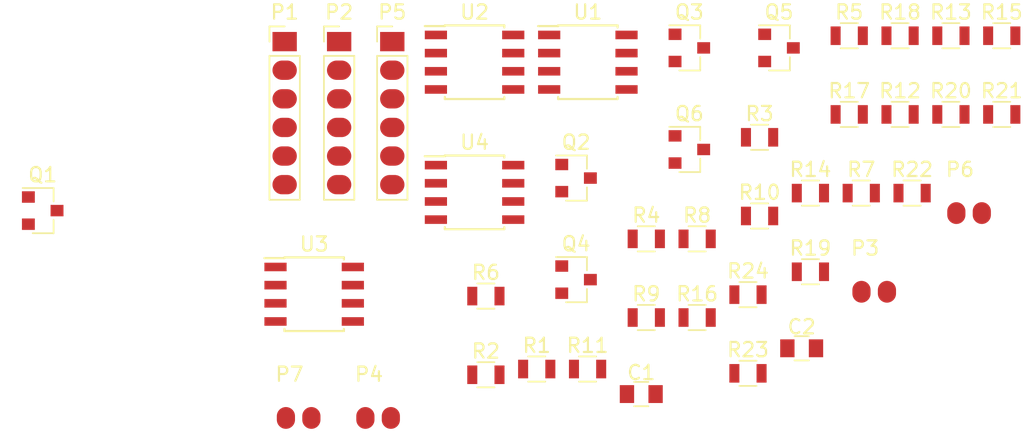
<source format=kicad_pcb>
(kicad_pcb (version 4) (host pcbnew 4.0.2-stable)

  (general
    (links 93)
    (no_connects 93)
    (area 150 105 203.740002 135.55)
    (thickness 1.6)
    (drawings 0)
    (tracks 0)
    (zones 0)
    (modules 43)
    (nets 36)
  )

  (page A4)
  (layers
    (0 F.Cu signal)
    (31 B.Cu signal)
    (32 B.Adhes user)
    (33 F.Adhes user)
    (34 B.Paste user)
    (35 F.Paste user)
    (36 B.SilkS user)
    (37 F.SilkS user)
    (38 B.Mask user)
    (39 F.Mask user)
    (40 Dwgs.User user)
    (41 Cmts.User user)
    (42 Eco1.User user)
    (43 Eco2.User user)
    (44 Edge.Cuts user)
    (45 Margin user)
    (46 B.CrtYd user)
    (47 F.CrtYd user)
    (48 B.Fab user)
    (49 F.Fab user)
  )

  (setup
    (last_trace_width 0.25)
    (trace_clearance 0.2)
    (zone_clearance 0.508)
    (zone_45_only no)
    (trace_min 0.2)
    (segment_width 0.2)
    (edge_width 0.15)
    (via_size 0.6)
    (via_drill 0.4)
    (via_min_size 0.4)
    (via_min_drill 0.3)
    (uvia_size 0.3)
    (uvia_drill 0.1)
    (uvias_allowed no)
    (uvia_min_size 0.2)
    (uvia_min_drill 0.1)
    (pcb_text_width 0.3)
    (pcb_text_size 1.5 1.5)
    (mod_edge_width 0.15)
    (mod_text_size 1 1)
    (mod_text_width 0.15)
    (pad_size 1.524 1.524)
    (pad_drill 0.762)
    (pad_to_mask_clearance 0)
    (aux_axis_origin 0 0)
    (visible_elements 7FFFFFFF)
    (pcbplotparams
      (layerselection 0x00030_80000001)
      (usegerberextensions false)
      (excludeedgelayer true)
      (linewidth 0.100000)
      (plotframeref false)
      (viasonmask false)
      (mode 1)
      (useauxorigin false)
      (hpglpennumber 1)
      (hpglpenspeed 20)
      (hpglpendiameter 15)
      (hpglpenoverlay 2)
      (psnegative false)
      (psa4output false)
      (plotreference true)
      (plotvalue true)
      (plotinvisibletext false)
      (padsonsilk false)
      (subtractmaskfromsilk false)
      (outputformat 1)
      (mirror false)
      (drillshape 1)
      (scaleselection 1)
      (outputdirectory ""))
  )

  (net 0 "")
  (net 1 "Net-(C1-Pad1)")
  (net 2 GND)
  (net 3 "Net-(C2-Pad1)")
  (net 4 +5V)
  (net 5 /INB)
  (net 6 /INA)
  (net 7 /OUTB)
  (net 8 /OUTA)
  (net 9 /PWM1)
  (net 10 /PWM2)
  (net 11 /PWM3)
  (net 12 /PWM4)
  (net 13 /PWM5)
  (net 14 /PWM6)
  (net 15 "Net-(P3-Pad2)")
  (net 16 "Net-(P4-Pad2)")
  (net 17 /DI1)
  (net 18 /DI3)
  (net 19 "Net-(Q1-Pad1)")
  (net 20 "Net-(Q2-Pad1)")
  (net 21 "Net-(Q3-Pad1)")
  (net 22 "Net-(Q4-Pad1)")
  (net 23 "Net-(Q5-Pad1)")
  (net 24 "Net-(Q6-Pad1)")
  (net 25 "Net-(R5-Pad1)")
  (net 26 "Net-(R6-Pad1)")
  (net 27 /DI2)
  (net 28 /Out1)
  (net 29 /Out2)
  (net 30 /Out3)
  (net 31 /Out4)
  (net 32 /Out5)
  (net 33 /Out6)
  (net 34 "Net-(U1-Pad4)")
  (net 35 "Net-(U4-Pad1)")

  (net_class Default "This is the default net class."
    (clearance 0.2)
    (trace_width 0.25)
    (via_dia 0.6)
    (via_drill 0.4)
    (uvia_dia 0.3)
    (uvia_drill 0.1)
    (add_net +5V)
    (add_net /DI1)
    (add_net /DI2)
    (add_net /DI3)
    (add_net /INA)
    (add_net /INB)
    (add_net /OUTA)
    (add_net /OUTB)
    (add_net /Out1)
    (add_net /Out2)
    (add_net /Out3)
    (add_net /Out4)
    (add_net /Out5)
    (add_net /Out6)
    (add_net /PWM1)
    (add_net /PWM2)
    (add_net /PWM3)
    (add_net /PWM4)
    (add_net /PWM5)
    (add_net /PWM6)
    (add_net GND)
    (add_net "Net-(C1-Pad1)")
    (add_net "Net-(C2-Pad1)")
    (add_net "Net-(P3-Pad2)")
    (add_net "Net-(P4-Pad2)")
    (add_net "Net-(Q1-Pad1)")
    (add_net "Net-(Q2-Pad1)")
    (add_net "Net-(Q3-Pad1)")
    (add_net "Net-(Q4-Pad1)")
    (add_net "Net-(Q5-Pad1)")
    (add_net "Net-(Q6-Pad1)")
    (add_net "Net-(R5-Pad1)")
    (add_net "Net-(R6-Pad1)")
    (add_net "Net-(U1-Pad4)")
    (add_net "Net-(U4-Pad1)")
  )

  (module Capacitors_SMD:C_0805 (layer F.Cu) (tedit 58AA8463) (tstamp 5A02CF5A)
    (at 176.795001 132.825)
    (descr "Capacitor SMD 0805, reflow soldering, AVX (see smccp.pdf)")
    (tags "capacitor 0805")
    (path /5A01517E)
    (attr smd)
    (fp_text reference C1 (at 0 -1.5) (layer F.SilkS)
      (effects (font (size 1 1) (thickness 0.15)))
    )
    (fp_text value 10n (at 0 1.75) (layer F.Fab)
      (effects (font (size 1 1) (thickness 0.15)))
    )
    (fp_text user %R (at 0 -1.5) (layer F.Fab)
      (effects (font (size 1 1) (thickness 0.15)))
    )
    (fp_line (start -1 0.62) (end -1 -0.62) (layer F.Fab) (width 0.1))
    (fp_line (start 1 0.62) (end -1 0.62) (layer F.Fab) (width 0.1))
    (fp_line (start 1 -0.62) (end 1 0.62) (layer F.Fab) (width 0.1))
    (fp_line (start -1 -0.62) (end 1 -0.62) (layer F.Fab) (width 0.1))
    (fp_line (start 0.5 -0.85) (end -0.5 -0.85) (layer F.SilkS) (width 0.12))
    (fp_line (start -0.5 0.85) (end 0.5 0.85) (layer F.SilkS) (width 0.12))
    (fp_line (start -1.75 -0.88) (end 1.75 -0.88) (layer F.CrtYd) (width 0.05))
    (fp_line (start -1.75 -0.88) (end -1.75 0.87) (layer F.CrtYd) (width 0.05))
    (fp_line (start 1.75 0.87) (end 1.75 -0.88) (layer F.CrtYd) (width 0.05))
    (fp_line (start 1.75 0.87) (end -1.75 0.87) (layer F.CrtYd) (width 0.05))
    (pad 1 smd rect (at -1 0) (size 1 1.25) (layers F.Cu F.Paste F.Mask)
      (net 1 "Net-(C1-Pad1)"))
    (pad 2 smd rect (at 1 0) (size 1 1.25) (layers F.Cu F.Paste F.Mask)
      (net 2 GND))
    (model Capacitors_SMD.3dshapes/C_0805.wrl
      (at (xyz 0 0 0))
      (scale (xyz 1 1 1))
      (rotate (xyz 0 0 0))
    )
  )

  (module Capacitors_SMD:C_0805 (layer F.Cu) (tedit 58AA8463) (tstamp 5A02CF6B)
    (at 187.995001 129.625)
    (descr "Capacitor SMD 0805, reflow soldering, AVX (see smccp.pdf)")
    (tags "capacitor 0805")
    (path /5A015B25)
    (attr smd)
    (fp_text reference C2 (at 0 -1.5) (layer F.SilkS)
      (effects (font (size 1 1) (thickness 0.15)))
    )
    (fp_text value 10n (at 0 1.75) (layer F.Fab)
      (effects (font (size 1 1) (thickness 0.15)))
    )
    (fp_text user %R (at 0 -1.5) (layer F.Fab)
      (effects (font (size 1 1) (thickness 0.15)))
    )
    (fp_line (start -1 0.62) (end -1 -0.62) (layer F.Fab) (width 0.1))
    (fp_line (start 1 0.62) (end -1 0.62) (layer F.Fab) (width 0.1))
    (fp_line (start 1 -0.62) (end 1 0.62) (layer F.Fab) (width 0.1))
    (fp_line (start -1 -0.62) (end 1 -0.62) (layer F.Fab) (width 0.1))
    (fp_line (start 0.5 -0.85) (end -0.5 -0.85) (layer F.SilkS) (width 0.12))
    (fp_line (start -0.5 0.85) (end 0.5 0.85) (layer F.SilkS) (width 0.12))
    (fp_line (start -1.75 -0.88) (end 1.75 -0.88) (layer F.CrtYd) (width 0.05))
    (fp_line (start -1.75 -0.88) (end -1.75 0.87) (layer F.CrtYd) (width 0.05))
    (fp_line (start 1.75 0.87) (end 1.75 -0.88) (layer F.CrtYd) (width 0.05))
    (fp_line (start 1.75 0.87) (end -1.75 0.87) (layer F.CrtYd) (width 0.05))
    (pad 1 smd rect (at -1 0) (size 1 1.25) (layers F.Cu F.Paste F.Mask)
      (net 3 "Net-(C2-Pad1)"))
    (pad 2 smd rect (at 1 0) (size 1 1.25) (layers F.Cu F.Paste F.Mask)
      (net 2 GND))
    (model Capacitors_SMD.3dshapes/C_0805.wrl
      (at (xyz 0 0 0))
      (scale (xyz 1 1 1))
      (rotate (xyz 0 0 0))
    )
  )

  (module "PCB FootPrints:Pin_Header_Straight_1x06_Pitch2.00mm" (layer F.Cu) (tedit 5A0165E6) (tstamp 5A02CF85)
    (at 151.894047 108.185)
    (descr "SMD straight pin header, 1x06, 2.00mm pitch, single row")
    (path /5A023F25)
    (fp_text reference P1 (at 0 -2.06) (layer F.SilkS)
      (effects (font (size 1 1) (thickness 0.15)))
    )
    (fp_text value Com (at 0 12.06) (layer F.Fab)
      (effects (font (size 1 1) (thickness 0.15)))
    )
    (fp_line (start -0.5 -1) (end 1 -1) (layer F.Fab) (width 0.1))
    (fp_line (start 1 -1) (end 1 11) (layer F.Fab) (width 0.1))
    (fp_line (start 1 11) (end -1 11) (layer F.Fab) (width 0.1))
    (fp_line (start -1 11) (end -1 -0.5) (layer F.Fab) (width 0.1))
    (fp_line (start -1 -0.5) (end -0.5 -1) (layer F.Fab) (width 0.1))
    (fp_line (start -1.06 11.06) (end 1.06 11.06) (layer F.SilkS) (width 0.12))
    (fp_line (start -1.06 1) (end -1.06 11.06) (layer F.SilkS) (width 0.12))
    (fp_line (start 1.06 1) (end 1.06 11.06) (layer F.SilkS) (width 0.12))
    (fp_line (start -1.06 1) (end 1.06 1) (layer F.SilkS) (width 0.12))
    (fp_line (start -1.06 0) (end -1.06 -1.06) (layer F.SilkS) (width 0.12))
    (fp_line (start -1.06 -1.06) (end 0 -1.06) (layer F.SilkS) (width 0.12))
    (fp_line (start -1.5 -1.5) (end -1.5 11.5) (layer F.CrtYd) (width 0.05))
    (fp_line (start -1.5 11.5) (end 1.5 11.5) (layer F.CrtYd) (width 0.05))
    (fp_line (start 1.5 11.5) (end 1.5 -1.5) (layer F.CrtYd) (width 0.05))
    (fp_line (start 1.5 -1.5) (end -1.5 -1.5) (layer F.CrtYd) (width 0.05))
    (fp_text user %R (at 0 5 90) (layer F.Fab)
      (effects (font (size 1 1) (thickness 0.15)))
    )
    (pad 1 smd rect (at 0 0) (size 1.7 1.35) (layers F.Cu F.Paste F.Mask)
      (net 4 +5V))
    (pad 2 smd oval (at 0 2) (size 1.7 1.35) (layers F.Cu F.Paste F.Mask)
      (net 5 /INB))
    (pad 3 smd oval (at 0 4) (size 1.7 1.35) (layers F.Cu F.Paste F.Mask)
      (net 6 /INA))
    (pad 4 smd oval (at 0 6) (size 1.7 1.35) (layers F.Cu F.Paste F.Mask)
      (net 7 /OUTB))
    (pad 5 smd oval (at 0 8) (size 1.7 1.35) (layers F.Cu F.Paste F.Mask)
      (net 8 /OUTA))
    (pad 6 smd oval (at 0 10) (size 1.7 1.35) (layers F.Cu F.Paste F.Mask)
      (net 2 GND))
    (model ${KISYS3DMOD}/Pin_Headers.3dshapes/Pin_Header_Straight_1x06_Pitch2.00mm.wrl
      (at (xyz 0 0 0))
      (scale (xyz 1 1 1))
      (rotate (xyz 0 0 0))
    )
  )

  (module "PCB FootPrints:Pin_Header_Straight_1x06_Pitch2.00mm" (layer F.Cu) (tedit 5A0165E6) (tstamp 5A02CF9F)
    (at 155.697857 108.185)
    (descr "SMD straight pin header, 1x06, 2.00mm pitch, single row")
    (path /5A025733)
    (fp_text reference P2 (at 0 -2.06) (layer F.SilkS)
      (effects (font (size 1 1) (thickness 0.15)))
    )
    (fp_text value PWM (at 0 12.06) (layer F.Fab)
      (effects (font (size 1 1) (thickness 0.15)))
    )
    (fp_line (start -0.5 -1) (end 1 -1) (layer F.Fab) (width 0.1))
    (fp_line (start 1 -1) (end 1 11) (layer F.Fab) (width 0.1))
    (fp_line (start 1 11) (end -1 11) (layer F.Fab) (width 0.1))
    (fp_line (start -1 11) (end -1 -0.5) (layer F.Fab) (width 0.1))
    (fp_line (start -1 -0.5) (end -0.5 -1) (layer F.Fab) (width 0.1))
    (fp_line (start -1.06 11.06) (end 1.06 11.06) (layer F.SilkS) (width 0.12))
    (fp_line (start -1.06 1) (end -1.06 11.06) (layer F.SilkS) (width 0.12))
    (fp_line (start 1.06 1) (end 1.06 11.06) (layer F.SilkS) (width 0.12))
    (fp_line (start -1.06 1) (end 1.06 1) (layer F.SilkS) (width 0.12))
    (fp_line (start -1.06 0) (end -1.06 -1.06) (layer F.SilkS) (width 0.12))
    (fp_line (start -1.06 -1.06) (end 0 -1.06) (layer F.SilkS) (width 0.12))
    (fp_line (start -1.5 -1.5) (end -1.5 11.5) (layer F.CrtYd) (width 0.05))
    (fp_line (start -1.5 11.5) (end 1.5 11.5) (layer F.CrtYd) (width 0.05))
    (fp_line (start 1.5 11.5) (end 1.5 -1.5) (layer F.CrtYd) (width 0.05))
    (fp_line (start 1.5 -1.5) (end -1.5 -1.5) (layer F.CrtYd) (width 0.05))
    (fp_text user %R (at 0 5 90) (layer F.Fab)
      (effects (font (size 1 1) (thickness 0.15)))
    )
    (pad 1 smd rect (at 0 0) (size 1.7 1.35) (layers F.Cu F.Paste F.Mask)
      (net 9 /PWM1))
    (pad 2 smd oval (at 0 2) (size 1.7 1.35) (layers F.Cu F.Paste F.Mask)
      (net 10 /PWM2))
    (pad 3 smd oval (at 0 4) (size 1.7 1.35) (layers F.Cu F.Paste F.Mask)
      (net 11 /PWM3))
    (pad 4 smd oval (at 0 6) (size 1.7 1.35) (layers F.Cu F.Paste F.Mask)
      (net 12 /PWM4))
    (pad 5 smd oval (at 0 8) (size 1.7 1.35) (layers F.Cu F.Paste F.Mask)
      (net 13 /PWM5))
    (pad 6 smd oval (at 0 10) (size 1.7 1.35) (layers F.Cu F.Paste F.Mask)
      (net 14 /PWM6))
    (model ${KISYS3DMOD}/Pin_Headers.3dshapes/Pin_Header_Straight_1x06_Pitch2.00mm.wrl
      (at (xyz 0 0 0))
      (scale (xyz 1 1 1))
      (rotate (xyz 0 0 0))
    )
  )

  (module mysensors_obscurities:2_pin_solder_jumper_smd (layer F.Cu) (tedit 55B93ED5) (tstamp 5A02CFA5)
    (at 193.059762 125.673)
    (path /5A015801)
    (fp_text reference P3 (at -0.635 -3.048) (layer F.SilkS)
      (effects (font (size 1 1) (thickness 0.15)))
    )
    (fp_text value HS/LS (at 0 -1.524) (layer F.Fab)
      (effects (font (size 1 1) (thickness 0.15)))
    )
    (pad 2 smd oval (at 0.889 0) (size 1.27 1.524) (layers F.Cu F.Paste F.Mask)
      (net 15 "Net-(P3-Pad2)"))
    (pad 1 smd oval (at -0.889 0) (size 1.27 1.524) (layers F.Cu F.Paste F.Mask)
      (net 2 GND))
  )

  (module mysensors_obscurities:2_pin_solder_jumper_smd (layer F.Cu) (tedit 55B93ED5) (tstamp 5A02CFAB)
    (at 158.419762 134.493)
    (path /5A015B45)
    (fp_text reference P4 (at -0.635 -3.048) (layer F.SilkS)
      (effects (font (size 1 1) (thickness 0.15)))
    )
    (fp_text value HS/LS (at 0 -1.524) (layer F.Fab)
      (effects (font (size 1 1) (thickness 0.15)))
    )
    (pad 2 smd oval (at 0.889 0) (size 1.27 1.524) (layers F.Cu F.Paste F.Mask)
      (net 16 "Net-(P4-Pad2)"))
    (pad 1 smd oval (at -0.889 0) (size 1.27 1.524) (layers F.Cu F.Paste F.Mask)
      (net 2 GND))
  )

  (module "PCB FootPrints:Pin_Header_Straight_1x06_Pitch2.00mm" (layer F.Cu) (tedit 5A0165E6) (tstamp 5A02CFC5)
    (at 159.408809 108.185)
    (descr "SMD straight pin header, 1x06, 2.00mm pitch, single row")
    (path /5A028709)
    (fp_text reference P5 (at 0 -2.06) (layer F.SilkS)
      (effects (font (size 1 1) (thickness 0.15)))
    )
    (fp_text value GND (at 0 12.06) (layer F.Fab)
      (effects (font (size 1 1) (thickness 0.15)))
    )
    (fp_line (start -0.5 -1) (end 1 -1) (layer F.Fab) (width 0.1))
    (fp_line (start 1 -1) (end 1 11) (layer F.Fab) (width 0.1))
    (fp_line (start 1 11) (end -1 11) (layer F.Fab) (width 0.1))
    (fp_line (start -1 11) (end -1 -0.5) (layer F.Fab) (width 0.1))
    (fp_line (start -1 -0.5) (end -0.5 -1) (layer F.Fab) (width 0.1))
    (fp_line (start -1.06 11.06) (end 1.06 11.06) (layer F.SilkS) (width 0.12))
    (fp_line (start -1.06 1) (end -1.06 11.06) (layer F.SilkS) (width 0.12))
    (fp_line (start 1.06 1) (end 1.06 11.06) (layer F.SilkS) (width 0.12))
    (fp_line (start -1.06 1) (end 1.06 1) (layer F.SilkS) (width 0.12))
    (fp_line (start -1.06 0) (end -1.06 -1.06) (layer F.SilkS) (width 0.12))
    (fp_line (start -1.06 -1.06) (end 0 -1.06) (layer F.SilkS) (width 0.12))
    (fp_line (start -1.5 -1.5) (end -1.5 11.5) (layer F.CrtYd) (width 0.05))
    (fp_line (start -1.5 11.5) (end 1.5 11.5) (layer F.CrtYd) (width 0.05))
    (fp_line (start 1.5 11.5) (end 1.5 -1.5) (layer F.CrtYd) (width 0.05))
    (fp_line (start 1.5 -1.5) (end -1.5 -1.5) (layer F.CrtYd) (width 0.05))
    (fp_text user %R (at 0 5 90) (layer F.Fab)
      (effects (font (size 1 1) (thickness 0.15)))
    )
    (pad 1 smd rect (at 0 0) (size 1.7 1.35) (layers F.Cu F.Paste F.Mask)
      (net 2 GND))
    (pad 2 smd oval (at 0 2) (size 1.7 1.35) (layers F.Cu F.Paste F.Mask)
      (net 2 GND))
    (pad 3 smd oval (at 0 4) (size 1.7 1.35) (layers F.Cu F.Paste F.Mask)
      (net 2 GND))
    (pad 4 smd oval (at 0 6) (size 1.7 1.35) (layers F.Cu F.Paste F.Mask)
      (net 2 GND))
    (pad 5 smd oval (at 0 8) (size 1.7 1.35) (layers F.Cu F.Paste F.Mask)
      (net 2 GND))
    (pad 6 smd oval (at 0 10) (size 1.7 1.35) (layers F.Cu F.Paste F.Mask)
      (net 2 GND))
    (model ${KISYS3DMOD}/Pin_Headers.3dshapes/Pin_Header_Straight_1x06_Pitch2.00mm.wrl
      (at (xyz 0 0 0))
      (scale (xyz 1 1 1))
      (rotate (xyz 0 0 0))
    )
  )

  (module mysensors_obscurities:2_pin_solder_jumper_smd (layer F.Cu) (tedit 55B93ED5) (tstamp 5A02CFCB)
    (at 199.683571 120.173)
    (path /5A02F5CC)
    (fp_text reference P6 (at -0.635 -3.048) (layer F.SilkS)
      (effects (font (size 1 1) (thickness 0.15)))
    )
    (fp_text value DIFIN (at 0 -1.524) (layer F.Fab)
      (effects (font (size 1 1) (thickness 0.15)))
    )
    (pad 2 smd oval (at 0.889 0) (size 1.27 1.524) (layers F.Cu F.Paste F.Mask)
      (net 5 /INB))
    (pad 1 smd oval (at -0.889 0) (size 1.27 1.524) (layers F.Cu F.Paste F.Mask)
      (net 17 /DI1))
  )

  (module mysensors_obscurities:2_pin_solder_jumper_smd (layer F.Cu) (tedit 55B93ED5) (tstamp 5A02CFD1)
    (at 152.870238 134.493)
    (path /5A02F696)
    (fp_text reference P7 (at -0.635 -3.048) (layer F.SilkS)
      (effects (font (size 1 1) (thickness 0.15)))
    )
    (fp_text value DIFOUT (at 0 -1.524) (layer F.Fab)
      (effects (font (size 1 1) (thickness 0.15)))
    )
    (pad 2 smd oval (at 0.889 0) (size 1.27 1.524) (layers F.Cu F.Paste F.Mask)
      (net 7 /OUTB))
    (pad 1 smd oval (at -0.889 0) (size 1.27 1.524) (layers F.Cu F.Paste F.Mask)
      (net 18 /DI3))
  )

  (module Resistors_SMD:R_0805 (layer F.Cu) (tedit 58E0A804) (tstamp 5A02D060)
    (at 169.495001 131.075)
    (descr "Resistor SMD 0805, reflow soldering, Vishay (see dcrcw.pdf)")
    (tags "resistor 0805")
    (path /5A02195C)
    (attr smd)
    (fp_text reference R1 (at 0 -1.65) (layer F.SilkS)
      (effects (font (size 1 1) (thickness 0.15)))
    )
    (fp_text value 120 (at 0 1.75) (layer F.Fab)
      (effects (font (size 1 1) (thickness 0.15)))
    )
    (fp_text user %R (at 0 0) (layer F.Fab)
      (effects (font (size 0.5 0.5) (thickness 0.075)))
    )
    (fp_line (start -1 0.62) (end -1 -0.62) (layer F.Fab) (width 0.1))
    (fp_line (start 1 0.62) (end -1 0.62) (layer F.Fab) (width 0.1))
    (fp_line (start 1 -0.62) (end 1 0.62) (layer F.Fab) (width 0.1))
    (fp_line (start -1 -0.62) (end 1 -0.62) (layer F.Fab) (width 0.1))
    (fp_line (start 0.6 0.88) (end -0.6 0.88) (layer F.SilkS) (width 0.12))
    (fp_line (start -0.6 -0.88) (end 0.6 -0.88) (layer F.SilkS) (width 0.12))
    (fp_line (start -1.55 -0.9) (end 1.55 -0.9) (layer F.CrtYd) (width 0.05))
    (fp_line (start -1.55 -0.9) (end -1.55 0.9) (layer F.CrtYd) (width 0.05))
    (fp_line (start 1.55 0.9) (end 1.55 -0.9) (layer F.CrtYd) (width 0.05))
    (fp_line (start 1.55 0.9) (end -1.55 0.9) (layer F.CrtYd) (width 0.05))
    (pad 1 smd rect (at -0.95 0) (size 0.7 1.3) (layers F.Cu F.Paste F.Mask)
      (net 5 /INB))
    (pad 2 smd rect (at 0.95 0) (size 0.7 1.3) (layers F.Cu F.Paste F.Mask)
      (net 6 /INA))
    (model ${KISYS3DMOD}/Resistors_SMD.3dshapes/R_0805.wrl
      (at (xyz 0 0 0))
      (scale (xyz 1 1 1))
      (rotate (xyz 0 0 0))
    )
  )

  (module Resistors_SMD:R_0805 (layer F.Cu) (tedit 58E0A804) (tstamp 5A02D071)
    (at 165.945001 131.475)
    (descr "Resistor SMD 0805, reflow soldering, Vishay (see dcrcw.pdf)")
    (tags "resistor 0805")
    (path /5A022502)
    (attr smd)
    (fp_text reference R2 (at 0 -1.65) (layer F.SilkS)
      (effects (font (size 1 1) (thickness 0.15)))
    )
    (fp_text value 120 (at 0 1.75) (layer F.Fab)
      (effects (font (size 1 1) (thickness 0.15)))
    )
    (fp_text user %R (at 0 0) (layer F.Fab)
      (effects (font (size 0.5 0.5) (thickness 0.075)))
    )
    (fp_line (start -1 0.62) (end -1 -0.62) (layer F.Fab) (width 0.1))
    (fp_line (start 1 0.62) (end -1 0.62) (layer F.Fab) (width 0.1))
    (fp_line (start 1 -0.62) (end 1 0.62) (layer F.Fab) (width 0.1))
    (fp_line (start -1 -0.62) (end 1 -0.62) (layer F.Fab) (width 0.1))
    (fp_line (start 0.6 0.88) (end -0.6 0.88) (layer F.SilkS) (width 0.12))
    (fp_line (start -0.6 -0.88) (end 0.6 -0.88) (layer F.SilkS) (width 0.12))
    (fp_line (start -1.55 -0.9) (end 1.55 -0.9) (layer F.CrtYd) (width 0.05))
    (fp_line (start -1.55 -0.9) (end -1.55 0.9) (layer F.CrtYd) (width 0.05))
    (fp_line (start 1.55 0.9) (end 1.55 -0.9) (layer F.CrtYd) (width 0.05))
    (fp_line (start 1.55 0.9) (end -1.55 0.9) (layer F.CrtYd) (width 0.05))
    (pad 1 smd rect (at -0.95 0) (size 0.7 1.3) (layers F.Cu F.Paste F.Mask)
      (net 7 /OUTB))
    (pad 2 smd rect (at 0.95 0) (size 0.7 1.3) (layers F.Cu F.Paste F.Mask)
      (net 8 /OUTA))
    (model ${KISYS3DMOD}/Resistors_SMD.3dshapes/R_0805.wrl
      (at (xyz 0 0 0))
      (scale (xyz 1 1 1))
      (rotate (xyz 0 0 0))
    )
  )

  (module Resistors_SMD:R_0805 (layer F.Cu) (tedit 58E0A804) (tstamp 5A02D082)
    (at 185.055001 114.875)
    (descr "Resistor SMD 0805, reflow soldering, Vishay (see dcrcw.pdf)")
    (tags "resistor 0805")
    (path /5A014F4A)
    (attr smd)
    (fp_text reference R3 (at 0 -1.65) (layer F.SilkS)
      (effects (font (size 1 1) (thickness 0.15)))
    )
    (fp_text value 100 (at 0 1.75) (layer F.Fab)
      (effects (font (size 1 1) (thickness 0.15)))
    )
    (fp_text user %R (at 0 0) (layer F.Fab)
      (effects (font (size 0.5 0.5) (thickness 0.075)))
    )
    (fp_line (start -1 0.62) (end -1 -0.62) (layer F.Fab) (width 0.1))
    (fp_line (start 1 0.62) (end -1 0.62) (layer F.Fab) (width 0.1))
    (fp_line (start 1 -0.62) (end 1 0.62) (layer F.Fab) (width 0.1))
    (fp_line (start -1 -0.62) (end 1 -0.62) (layer F.Fab) (width 0.1))
    (fp_line (start 0.6 0.88) (end -0.6 0.88) (layer F.SilkS) (width 0.12))
    (fp_line (start -0.6 -0.88) (end 0.6 -0.88) (layer F.SilkS) (width 0.12))
    (fp_line (start -1.55 -0.9) (end 1.55 -0.9) (layer F.CrtYd) (width 0.05))
    (fp_line (start -1.55 -0.9) (end -1.55 0.9) (layer F.CrtYd) (width 0.05))
    (fp_line (start 1.55 0.9) (end 1.55 -0.9) (layer F.CrtYd) (width 0.05))
    (fp_line (start 1.55 0.9) (end -1.55 0.9) (layer F.CrtYd) (width 0.05))
    (pad 1 smd rect (at -0.95 0) (size 0.7 1.3) (layers F.Cu F.Paste F.Mask)
      (net 4 +5V))
    (pad 2 smd rect (at 0.95 0) (size 0.7 1.3) (layers F.Cu F.Paste F.Mask)
      (net 1 "Net-(C1-Pad1)"))
    (model ${KISYS3DMOD}/Resistors_SMD.3dshapes/R_0805.wrl
      (at (xyz 0 0 0))
      (scale (xyz 1 1 1))
      (rotate (xyz 0 0 0))
    )
  )

  (module Resistors_SMD:R_0805 (layer F.Cu) (tedit 58E0A804) (tstamp 5A02D093)
    (at 177.145001 121.975)
    (descr "Resistor SMD 0805, reflow soldering, Vishay (see dcrcw.pdf)")
    (tags "resistor 0805")
    (path /5A015B19)
    (attr smd)
    (fp_text reference R4 (at 0 -1.65) (layer F.SilkS)
      (effects (font (size 1 1) (thickness 0.15)))
    )
    (fp_text value 100 (at 0 1.75) (layer F.Fab)
      (effects (font (size 1 1) (thickness 0.15)))
    )
    (fp_text user %R (at 0 0) (layer F.Fab)
      (effects (font (size 0.5 0.5) (thickness 0.075)))
    )
    (fp_line (start -1 0.62) (end -1 -0.62) (layer F.Fab) (width 0.1))
    (fp_line (start 1 0.62) (end -1 0.62) (layer F.Fab) (width 0.1))
    (fp_line (start 1 -0.62) (end 1 0.62) (layer F.Fab) (width 0.1))
    (fp_line (start -1 -0.62) (end 1 -0.62) (layer F.Fab) (width 0.1))
    (fp_line (start 0.6 0.88) (end -0.6 0.88) (layer F.SilkS) (width 0.12))
    (fp_line (start -0.6 -0.88) (end 0.6 -0.88) (layer F.SilkS) (width 0.12))
    (fp_line (start -1.55 -0.9) (end 1.55 -0.9) (layer F.CrtYd) (width 0.05))
    (fp_line (start -1.55 -0.9) (end -1.55 0.9) (layer F.CrtYd) (width 0.05))
    (fp_line (start 1.55 0.9) (end 1.55 -0.9) (layer F.CrtYd) (width 0.05))
    (fp_line (start 1.55 0.9) (end -1.55 0.9) (layer F.CrtYd) (width 0.05))
    (pad 1 smd rect (at -0.95 0) (size 0.7 1.3) (layers F.Cu F.Paste F.Mask)
      (net 4 +5V))
    (pad 2 smd rect (at 0.95 0) (size 0.7 1.3) (layers F.Cu F.Paste F.Mask)
      (net 3 "Net-(C2-Pad1)"))
    (model ${KISYS3DMOD}/Resistors_SMD.3dshapes/R_0805.wrl
      (at (xyz 0 0 0))
      (scale (xyz 1 1 1))
      (rotate (xyz 0 0 0))
    )
  )

  (module Resistors_SMD:R_0805 (layer F.Cu) (tedit 58E0A804) (tstamp 5A02D0A4)
    (at 191.315001 107.775)
    (descr "Resistor SMD 0805, reflow soldering, Vishay (see dcrcw.pdf)")
    (tags "resistor 0805")
    (path /5A01574F)
    (attr smd)
    (fp_text reference R5 (at 0 -1.65) (layer F.SilkS)
      (effects (font (size 1 1) (thickness 0.15)))
    )
    (fp_text value 33 (at 0 1.75) (layer F.Fab)
      (effects (font (size 1 1) (thickness 0.15)))
    )
    (fp_text user %R (at 0 0) (layer F.Fab)
      (effects (font (size 0.5 0.5) (thickness 0.075)))
    )
    (fp_line (start -1 0.62) (end -1 -0.62) (layer F.Fab) (width 0.1))
    (fp_line (start 1 0.62) (end -1 0.62) (layer F.Fab) (width 0.1))
    (fp_line (start 1 -0.62) (end 1 0.62) (layer F.Fab) (width 0.1))
    (fp_line (start -1 -0.62) (end 1 -0.62) (layer F.Fab) (width 0.1))
    (fp_line (start 0.6 0.88) (end -0.6 0.88) (layer F.SilkS) (width 0.12))
    (fp_line (start -0.6 -0.88) (end 0.6 -0.88) (layer F.SilkS) (width 0.12))
    (fp_line (start -1.55 -0.9) (end 1.55 -0.9) (layer F.CrtYd) (width 0.05))
    (fp_line (start -1.55 -0.9) (end -1.55 0.9) (layer F.CrtYd) (width 0.05))
    (fp_line (start 1.55 0.9) (end 1.55 -0.9) (layer F.CrtYd) (width 0.05))
    (fp_line (start 1.55 0.9) (end -1.55 0.9) (layer F.CrtYd) (width 0.05))
    (pad 1 smd rect (at -0.95 0) (size 0.7 1.3) (layers F.Cu F.Paste F.Mask)
      (net 25 "Net-(R5-Pad1)"))
    (pad 2 smd rect (at 0.95 0) (size 0.7 1.3) (layers F.Cu F.Paste F.Mask)
      (net 17 /DI1))
    (model ${KISYS3DMOD}/Resistors_SMD.3dshapes/R_0805.wrl
      (at (xyz 0 0 0))
      (scale (xyz 1 1 1))
      (rotate (xyz 0 0 0))
    )
  )

  (module Resistors_SMD:R_0805 (layer F.Cu) (tedit 58E0A804) (tstamp 5A02D0B5)
    (at 165.945001 125.975)
    (descr "Resistor SMD 0805, reflow soldering, Vishay (see dcrcw.pdf)")
    (tags "resistor 0805")
    (path /5A015B3D)
    (attr smd)
    (fp_text reference R6 (at 0 -1.65) (layer F.SilkS)
      (effects (font (size 1 1) (thickness 0.15)))
    )
    (fp_text value 33 (at 0 1.75) (layer F.Fab)
      (effects (font (size 1 1) (thickness 0.15)))
    )
    (fp_text user %R (at 0 0) (layer F.Fab)
      (effects (font (size 0.5 0.5) (thickness 0.075)))
    )
    (fp_line (start -1 0.62) (end -1 -0.62) (layer F.Fab) (width 0.1))
    (fp_line (start 1 0.62) (end -1 0.62) (layer F.Fab) (width 0.1))
    (fp_line (start 1 -0.62) (end 1 0.62) (layer F.Fab) (width 0.1))
    (fp_line (start -1 -0.62) (end 1 -0.62) (layer F.Fab) (width 0.1))
    (fp_line (start 0.6 0.88) (end -0.6 0.88) (layer F.SilkS) (width 0.12))
    (fp_line (start -0.6 -0.88) (end 0.6 -0.88) (layer F.SilkS) (width 0.12))
    (fp_line (start -1.55 -0.9) (end 1.55 -0.9) (layer F.CrtYd) (width 0.05))
    (fp_line (start -1.55 -0.9) (end -1.55 0.9) (layer F.CrtYd) (width 0.05))
    (fp_line (start 1.55 0.9) (end 1.55 -0.9) (layer F.CrtYd) (width 0.05))
    (fp_line (start 1.55 0.9) (end -1.55 0.9) (layer F.CrtYd) (width 0.05))
    (pad 1 smd rect (at -0.95 0) (size 0.7 1.3) (layers F.Cu F.Paste F.Mask)
      (net 26 "Net-(R6-Pad1)"))
    (pad 2 smd rect (at 0.95 0) (size 0.7 1.3) (layers F.Cu F.Paste F.Mask)
      (net 27 /DI2))
    (model ${KISYS3DMOD}/Resistors_SMD.3dshapes/R_0805.wrl
      (at (xyz 0 0 0))
      (scale (xyz 1 1 1))
      (rotate (xyz 0 0 0))
    )
  )

  (module Resistors_SMD:R_0805 (layer F.Cu) (tedit 58E0A804) (tstamp 5A02D0C6)
    (at 192.155001 118.775)
    (descr "Resistor SMD 0805, reflow soldering, Vishay (see dcrcw.pdf)")
    (tags "resistor 0805")
    (path /5A017788)
    (attr smd)
    (fp_text reference R7 (at 0 -1.65) (layer F.SilkS)
      (effects (font (size 1 1) (thickness 0.15)))
    )
    (fp_text value 33 (at 0 1.75) (layer F.Fab)
      (effects (font (size 1 1) (thickness 0.15)))
    )
    (fp_text user %R (at 0 0) (layer F.Fab)
      (effects (font (size 0.5 0.5) (thickness 0.075)))
    )
    (fp_line (start -1 0.62) (end -1 -0.62) (layer F.Fab) (width 0.1))
    (fp_line (start 1 0.62) (end -1 0.62) (layer F.Fab) (width 0.1))
    (fp_line (start 1 -0.62) (end 1 0.62) (layer F.Fab) (width 0.1))
    (fp_line (start -1 -0.62) (end 1 -0.62) (layer F.Fab) (width 0.1))
    (fp_line (start 0.6 0.88) (end -0.6 0.88) (layer F.SilkS) (width 0.12))
    (fp_line (start -0.6 -0.88) (end 0.6 -0.88) (layer F.SilkS) (width 0.12))
    (fp_line (start -1.55 -0.9) (end 1.55 -0.9) (layer F.CrtYd) (width 0.05))
    (fp_line (start -1.55 -0.9) (end -1.55 0.9) (layer F.CrtYd) (width 0.05))
    (fp_line (start 1.55 0.9) (end 1.55 -0.9) (layer F.CrtYd) (width 0.05))
    (fp_line (start 1.55 0.9) (end -1.55 0.9) (layer F.CrtYd) (width 0.05))
    (pad 1 smd rect (at -0.95 0) (size 0.7 1.3) (layers F.Cu F.Paste F.Mask)
      (net 19 "Net-(Q1-Pad1)"))
    (pad 2 smd rect (at 0.95 0) (size 0.7 1.3) (layers F.Cu F.Paste F.Mask)
      (net 4 +5V))
    (model ${KISYS3DMOD}/Resistors_SMD.3dshapes/R_0805.wrl
      (at (xyz 0 0 0))
      (scale (xyz 1 1 1))
      (rotate (xyz 0 0 0))
    )
  )

  (module Resistors_SMD:R_0805 (layer F.Cu) (tedit 58E0A804) (tstamp 5A02D0D7)
    (at 180.695001 121.975)
    (descr "Resistor SMD 0805, reflow soldering, Vishay (see dcrcw.pdf)")
    (tags "resistor 0805")
    (path /5A01766E)
    (attr smd)
    (fp_text reference R8 (at 0 -1.65) (layer F.SilkS)
      (effects (font (size 1 1) (thickness 0.15)))
    )
    (fp_text value 33 (at 0 1.75) (layer F.Fab)
      (effects (font (size 1 1) (thickness 0.15)))
    )
    (fp_text user %R (at 0 0) (layer F.Fab)
      (effects (font (size 0.5 0.5) (thickness 0.075)))
    )
    (fp_line (start -1 0.62) (end -1 -0.62) (layer F.Fab) (width 0.1))
    (fp_line (start 1 0.62) (end -1 0.62) (layer F.Fab) (width 0.1))
    (fp_line (start 1 -0.62) (end 1 0.62) (layer F.Fab) (width 0.1))
    (fp_line (start -1 -0.62) (end 1 -0.62) (layer F.Fab) (width 0.1))
    (fp_line (start 0.6 0.88) (end -0.6 0.88) (layer F.SilkS) (width 0.12))
    (fp_line (start -0.6 -0.88) (end 0.6 -0.88) (layer F.SilkS) (width 0.12))
    (fp_line (start -1.55 -0.9) (end 1.55 -0.9) (layer F.CrtYd) (width 0.05))
    (fp_line (start -1.55 -0.9) (end -1.55 0.9) (layer F.CrtYd) (width 0.05))
    (fp_line (start 1.55 0.9) (end 1.55 -0.9) (layer F.CrtYd) (width 0.05))
    (fp_line (start 1.55 0.9) (end -1.55 0.9) (layer F.CrtYd) (width 0.05))
    (pad 1 smd rect (at -0.95 0) (size 0.7 1.3) (layers F.Cu F.Paste F.Mask)
      (net 20 "Net-(Q2-Pad1)"))
    (pad 2 smd rect (at 0.95 0) (size 0.7 1.3) (layers F.Cu F.Paste F.Mask)
      (net 4 +5V))
    (model ${KISYS3DMOD}/Resistors_SMD.3dshapes/R_0805.wrl
      (at (xyz 0 0 0))
      (scale (xyz 1 1 1))
      (rotate (xyz 0 0 0))
    )
  )

  (module Resistors_SMD:R_0805 (layer F.Cu) (tedit 58E0A804) (tstamp 5A02D0E8)
    (at 177.145001 127.475)
    (descr "Resistor SMD 0805, reflow soldering, Vishay (see dcrcw.pdf)")
    (tags "resistor 0805")
    (path /5A0166D3)
    (attr smd)
    (fp_text reference R9 (at 0 -1.65) (layer F.SilkS)
      (effects (font (size 1 1) (thickness 0.15)))
    )
    (fp_text value 33 (at 0 1.75) (layer F.Fab)
      (effects (font (size 1 1) (thickness 0.15)))
    )
    (fp_text user %R (at 0 0) (layer F.Fab)
      (effects (font (size 0.5 0.5) (thickness 0.075)))
    )
    (fp_line (start -1 0.62) (end -1 -0.62) (layer F.Fab) (width 0.1))
    (fp_line (start 1 0.62) (end -1 0.62) (layer F.Fab) (width 0.1))
    (fp_line (start 1 -0.62) (end 1 0.62) (layer F.Fab) (width 0.1))
    (fp_line (start -1 -0.62) (end 1 -0.62) (layer F.Fab) (width 0.1))
    (fp_line (start 0.6 0.88) (end -0.6 0.88) (layer F.SilkS) (width 0.12))
    (fp_line (start -0.6 -0.88) (end 0.6 -0.88) (layer F.SilkS) (width 0.12))
    (fp_line (start -1.55 -0.9) (end 1.55 -0.9) (layer F.CrtYd) (width 0.05))
    (fp_line (start -1.55 -0.9) (end -1.55 0.9) (layer F.CrtYd) (width 0.05))
    (fp_line (start 1.55 0.9) (end 1.55 -0.9) (layer F.CrtYd) (width 0.05))
    (fp_line (start 1.55 0.9) (end -1.55 0.9) (layer F.CrtYd) (width 0.05))
    (pad 1 smd rect (at -0.95 0) (size 0.7 1.3) (layers F.Cu F.Paste F.Mask)
      (net 21 "Net-(Q3-Pad1)"))
    (pad 2 smd rect (at 0.95 0) (size 0.7 1.3) (layers F.Cu F.Paste F.Mask)
      (net 4 +5V))
    (model ${KISYS3DMOD}/Resistors_SMD.3dshapes/R_0805.wrl
      (at (xyz 0 0 0))
      (scale (xyz 1 1 1))
      (rotate (xyz 0 0 0))
    )
  )

  (module Resistors_SMD:R_0805 (layer F.Cu) (tedit 58E0A804) (tstamp 5A02D0F9)
    (at 185.055001 120.375)
    (descr "Resistor SMD 0805, reflow soldering, Vishay (see dcrcw.pdf)")
    (tags "resistor 0805")
    (path /5A0172D0)
    (attr smd)
    (fp_text reference R10 (at 0 -1.65) (layer F.SilkS)
      (effects (font (size 1 1) (thickness 0.15)))
    )
    (fp_text value 33 (at 0 1.75) (layer F.Fab)
      (effects (font (size 1 1) (thickness 0.15)))
    )
    (fp_text user %R (at 0 0) (layer F.Fab)
      (effects (font (size 0.5 0.5) (thickness 0.075)))
    )
    (fp_line (start -1 0.62) (end -1 -0.62) (layer F.Fab) (width 0.1))
    (fp_line (start 1 0.62) (end -1 0.62) (layer F.Fab) (width 0.1))
    (fp_line (start 1 -0.62) (end 1 0.62) (layer F.Fab) (width 0.1))
    (fp_line (start -1 -0.62) (end 1 -0.62) (layer F.Fab) (width 0.1))
    (fp_line (start 0.6 0.88) (end -0.6 0.88) (layer F.SilkS) (width 0.12))
    (fp_line (start -0.6 -0.88) (end 0.6 -0.88) (layer F.SilkS) (width 0.12))
    (fp_line (start -1.55 -0.9) (end 1.55 -0.9) (layer F.CrtYd) (width 0.05))
    (fp_line (start -1.55 -0.9) (end -1.55 0.9) (layer F.CrtYd) (width 0.05))
    (fp_line (start 1.55 0.9) (end 1.55 -0.9) (layer F.CrtYd) (width 0.05))
    (fp_line (start 1.55 0.9) (end -1.55 0.9) (layer F.CrtYd) (width 0.05))
    (pad 1 smd rect (at -0.95 0) (size 0.7 1.3) (layers F.Cu F.Paste F.Mask)
      (net 22 "Net-(Q4-Pad1)"))
    (pad 2 smd rect (at 0.95 0) (size 0.7 1.3) (layers F.Cu F.Paste F.Mask)
      (net 4 +5V))
    (model ${KISYS3DMOD}/Resistors_SMD.3dshapes/R_0805.wrl
      (at (xyz 0 0 0))
      (scale (xyz 1 1 1))
      (rotate (xyz 0 0 0))
    )
  )

  (module Resistors_SMD:R_0805 (layer F.Cu) (tedit 58E0A804) (tstamp 5A02D10A)
    (at 173.045001 131.075)
    (descr "Resistor SMD 0805, reflow soldering, Vishay (see dcrcw.pdf)")
    (tags "resistor 0805")
    (path /5A01744C)
    (attr smd)
    (fp_text reference R11 (at 0 -1.65) (layer F.SilkS)
      (effects (font (size 1 1) (thickness 0.15)))
    )
    (fp_text value 33 (at 0 1.75) (layer F.Fab)
      (effects (font (size 1 1) (thickness 0.15)))
    )
    (fp_text user %R (at 0 0) (layer F.Fab)
      (effects (font (size 0.5 0.5) (thickness 0.075)))
    )
    (fp_line (start -1 0.62) (end -1 -0.62) (layer F.Fab) (width 0.1))
    (fp_line (start 1 0.62) (end -1 0.62) (layer F.Fab) (width 0.1))
    (fp_line (start 1 -0.62) (end 1 0.62) (layer F.Fab) (width 0.1))
    (fp_line (start -1 -0.62) (end 1 -0.62) (layer F.Fab) (width 0.1))
    (fp_line (start 0.6 0.88) (end -0.6 0.88) (layer F.SilkS) (width 0.12))
    (fp_line (start -0.6 -0.88) (end 0.6 -0.88) (layer F.SilkS) (width 0.12))
    (fp_line (start -1.55 -0.9) (end 1.55 -0.9) (layer F.CrtYd) (width 0.05))
    (fp_line (start -1.55 -0.9) (end -1.55 0.9) (layer F.CrtYd) (width 0.05))
    (fp_line (start 1.55 0.9) (end 1.55 -0.9) (layer F.CrtYd) (width 0.05))
    (fp_line (start 1.55 0.9) (end -1.55 0.9) (layer F.CrtYd) (width 0.05))
    (pad 1 smd rect (at -0.95 0) (size 0.7 1.3) (layers F.Cu F.Paste F.Mask)
      (net 23 "Net-(Q5-Pad1)"))
    (pad 2 smd rect (at 0.95 0) (size 0.7 1.3) (layers F.Cu F.Paste F.Mask)
      (net 4 +5V))
    (model ${KISYS3DMOD}/Resistors_SMD.3dshapes/R_0805.wrl
      (at (xyz 0 0 0))
      (scale (xyz 1 1 1))
      (rotate (xyz 0 0 0))
    )
  )

  (module Resistors_SMD:R_0805 (layer F.Cu) (tedit 58E0A804) (tstamp 5A02D11B)
    (at 194.865001 113.275)
    (descr "Resistor SMD 0805, reflow soldering, Vishay (see dcrcw.pdf)")
    (tags "resistor 0805")
    (path /5A017A3C)
    (attr smd)
    (fp_text reference R12 (at 0 -1.65) (layer F.SilkS)
      (effects (font (size 1 1) (thickness 0.15)))
    )
    (fp_text value 33 (at 0 1.75) (layer F.Fab)
      (effects (font (size 1 1) (thickness 0.15)))
    )
    (fp_text user %R (at 0 0) (layer F.Fab)
      (effects (font (size 0.5 0.5) (thickness 0.075)))
    )
    (fp_line (start -1 0.62) (end -1 -0.62) (layer F.Fab) (width 0.1))
    (fp_line (start 1 0.62) (end -1 0.62) (layer F.Fab) (width 0.1))
    (fp_line (start 1 -0.62) (end 1 0.62) (layer F.Fab) (width 0.1))
    (fp_line (start -1 -0.62) (end 1 -0.62) (layer F.Fab) (width 0.1))
    (fp_line (start 0.6 0.88) (end -0.6 0.88) (layer F.SilkS) (width 0.12))
    (fp_line (start -0.6 -0.88) (end 0.6 -0.88) (layer F.SilkS) (width 0.12))
    (fp_line (start -1.55 -0.9) (end 1.55 -0.9) (layer F.CrtYd) (width 0.05))
    (fp_line (start -1.55 -0.9) (end -1.55 0.9) (layer F.CrtYd) (width 0.05))
    (fp_line (start 1.55 0.9) (end 1.55 -0.9) (layer F.CrtYd) (width 0.05))
    (fp_line (start 1.55 0.9) (end -1.55 0.9) (layer F.CrtYd) (width 0.05))
    (pad 1 smd rect (at -0.95 0) (size 0.7 1.3) (layers F.Cu F.Paste F.Mask)
      (net 24 "Net-(Q6-Pad1)"))
    (pad 2 smd rect (at 0.95 0) (size 0.7 1.3) (layers F.Cu F.Paste F.Mask)
      (net 4 +5V))
    (model ${KISYS3DMOD}/Resistors_SMD.3dshapes/R_0805.wrl
      (at (xyz 0 0 0))
      (scale (xyz 1 1 1))
      (rotate (xyz 0 0 0))
    )
  )

  (module Resistors_SMD:R_0805 (layer F.Cu) (tedit 58E0A804) (tstamp 5A02D12C)
    (at 198.415001 107.775)
    (descr "Resistor SMD 0805, reflow soldering, Vishay (see dcrcw.pdf)")
    (tags "resistor 0805")
    (path /5A0177AB)
    (attr smd)
    (fp_text reference R13 (at 0 -1.65) (layer F.SilkS)
      (effects (font (size 1 1) (thickness 0.15)))
    )
    (fp_text value 330 (at 0 1.75) (layer F.Fab)
      (effects (font (size 1 1) (thickness 0.15)))
    )
    (fp_text user %R (at 0 0) (layer F.Fab)
      (effects (font (size 0.5 0.5) (thickness 0.075)))
    )
    (fp_line (start -1 0.62) (end -1 -0.62) (layer F.Fab) (width 0.1))
    (fp_line (start 1 0.62) (end -1 0.62) (layer F.Fab) (width 0.1))
    (fp_line (start 1 -0.62) (end 1 0.62) (layer F.Fab) (width 0.1))
    (fp_line (start -1 -0.62) (end 1 -0.62) (layer F.Fab) (width 0.1))
    (fp_line (start 0.6 0.88) (end -0.6 0.88) (layer F.SilkS) (width 0.12))
    (fp_line (start -0.6 -0.88) (end 0.6 -0.88) (layer F.SilkS) (width 0.12))
    (fp_line (start -1.55 -0.9) (end 1.55 -0.9) (layer F.CrtYd) (width 0.05))
    (fp_line (start -1.55 -0.9) (end -1.55 0.9) (layer F.CrtYd) (width 0.05))
    (fp_line (start 1.55 0.9) (end 1.55 -0.9) (layer F.CrtYd) (width 0.05))
    (fp_line (start 1.55 0.9) (end -1.55 0.9) (layer F.CrtYd) (width 0.05))
    (pad 1 smd rect (at -0.95 0) (size 0.7 1.3) (layers F.Cu F.Paste F.Mask)
      (net 28 /Out1))
    (pad 2 smd rect (at 0.95 0) (size 0.7 1.3) (layers F.Cu F.Paste F.Mask)
      (net 19 "Net-(Q1-Pad1)"))
    (model ${KISYS3DMOD}/Resistors_SMD.3dshapes/R_0805.wrl
      (at (xyz 0 0 0))
      (scale (xyz 1 1 1))
      (rotate (xyz 0 0 0))
    )
  )

  (module Resistors_SMD:R_0805 (layer F.Cu) (tedit 58E0A804) (tstamp 5A02D13D)
    (at 188.605001 118.775)
    (descr "Resistor SMD 0805, reflow soldering, Vishay (see dcrcw.pdf)")
    (tags "resistor 0805")
    (path /5A017691)
    (attr smd)
    (fp_text reference R14 (at 0 -1.65) (layer F.SilkS)
      (effects (font (size 1 1) (thickness 0.15)))
    )
    (fp_text value 330 (at 0 1.75) (layer F.Fab)
      (effects (font (size 1 1) (thickness 0.15)))
    )
    (fp_text user %R (at 0 0) (layer F.Fab)
      (effects (font (size 0.5 0.5) (thickness 0.075)))
    )
    (fp_line (start -1 0.62) (end -1 -0.62) (layer F.Fab) (width 0.1))
    (fp_line (start 1 0.62) (end -1 0.62) (layer F.Fab) (width 0.1))
    (fp_line (start 1 -0.62) (end 1 0.62) (layer F.Fab) (width 0.1))
    (fp_line (start -1 -0.62) (end 1 -0.62) (layer F.Fab) (width 0.1))
    (fp_line (start 0.6 0.88) (end -0.6 0.88) (layer F.SilkS) (width 0.12))
    (fp_line (start -0.6 -0.88) (end 0.6 -0.88) (layer F.SilkS) (width 0.12))
    (fp_line (start -1.55 -0.9) (end 1.55 -0.9) (layer F.CrtYd) (width 0.05))
    (fp_line (start -1.55 -0.9) (end -1.55 0.9) (layer F.CrtYd) (width 0.05))
    (fp_line (start 1.55 0.9) (end 1.55 -0.9) (layer F.CrtYd) (width 0.05))
    (fp_line (start 1.55 0.9) (end -1.55 0.9) (layer F.CrtYd) (width 0.05))
    (pad 1 smd rect (at -0.95 0) (size 0.7 1.3) (layers F.Cu F.Paste F.Mask)
      (net 29 /Out2))
    (pad 2 smd rect (at 0.95 0) (size 0.7 1.3) (layers F.Cu F.Paste F.Mask)
      (net 20 "Net-(Q2-Pad1)"))
    (model ${KISYS3DMOD}/Resistors_SMD.3dshapes/R_0805.wrl
      (at (xyz 0 0 0))
      (scale (xyz 1 1 1))
      (rotate (xyz 0 0 0))
    )
  )

  (module Resistors_SMD:R_0805 (layer F.Cu) (tedit 58E0A804) (tstamp 5A02D14E)
    (at 201.965001 107.775)
    (descr "Resistor SMD 0805, reflow soldering, Vishay (see dcrcw.pdf)")
    (tags "resistor 0805")
    (path /5A016E96)
    (attr smd)
    (fp_text reference R15 (at 0 -1.65) (layer F.SilkS)
      (effects (font (size 1 1) (thickness 0.15)))
    )
    (fp_text value 330 (at 0 1.75) (layer F.Fab)
      (effects (font (size 1 1) (thickness 0.15)))
    )
    (fp_text user %R (at 0 0) (layer F.Fab)
      (effects (font (size 0.5 0.5) (thickness 0.075)))
    )
    (fp_line (start -1 0.62) (end -1 -0.62) (layer F.Fab) (width 0.1))
    (fp_line (start 1 0.62) (end -1 0.62) (layer F.Fab) (width 0.1))
    (fp_line (start 1 -0.62) (end 1 0.62) (layer F.Fab) (width 0.1))
    (fp_line (start -1 -0.62) (end 1 -0.62) (layer F.Fab) (width 0.1))
    (fp_line (start 0.6 0.88) (end -0.6 0.88) (layer F.SilkS) (width 0.12))
    (fp_line (start -0.6 -0.88) (end 0.6 -0.88) (layer F.SilkS) (width 0.12))
    (fp_line (start -1.55 -0.9) (end 1.55 -0.9) (layer F.CrtYd) (width 0.05))
    (fp_line (start -1.55 -0.9) (end -1.55 0.9) (layer F.CrtYd) (width 0.05))
    (fp_line (start 1.55 0.9) (end 1.55 -0.9) (layer F.CrtYd) (width 0.05))
    (fp_line (start 1.55 0.9) (end -1.55 0.9) (layer F.CrtYd) (width 0.05))
    (pad 1 smd rect (at -0.95 0) (size 0.7 1.3) (layers F.Cu F.Paste F.Mask)
      (net 30 /Out3))
    (pad 2 smd rect (at 0.95 0) (size 0.7 1.3) (layers F.Cu F.Paste F.Mask)
      (net 21 "Net-(Q3-Pad1)"))
    (model ${KISYS3DMOD}/Resistors_SMD.3dshapes/R_0805.wrl
      (at (xyz 0 0 0))
      (scale (xyz 1 1 1))
      (rotate (xyz 0 0 0))
    )
  )

  (module Resistors_SMD:R_0805 (layer F.Cu) (tedit 58E0A804) (tstamp 5A02D15F)
    (at 180.695001 127.475)
    (descr "Resistor SMD 0805, reflow soldering, Vishay (see dcrcw.pdf)")
    (tags "resistor 0805")
    (path /5A0172F3)
    (attr smd)
    (fp_text reference R16 (at 0 -1.65) (layer F.SilkS)
      (effects (font (size 1 1) (thickness 0.15)))
    )
    (fp_text value 330 (at 0 1.75) (layer F.Fab)
      (effects (font (size 1 1) (thickness 0.15)))
    )
    (fp_text user %R (at 0 0) (layer F.Fab)
      (effects (font (size 0.5 0.5) (thickness 0.075)))
    )
    (fp_line (start -1 0.62) (end -1 -0.62) (layer F.Fab) (width 0.1))
    (fp_line (start 1 0.62) (end -1 0.62) (layer F.Fab) (width 0.1))
    (fp_line (start 1 -0.62) (end 1 0.62) (layer F.Fab) (width 0.1))
    (fp_line (start -1 -0.62) (end 1 -0.62) (layer F.Fab) (width 0.1))
    (fp_line (start 0.6 0.88) (end -0.6 0.88) (layer F.SilkS) (width 0.12))
    (fp_line (start -0.6 -0.88) (end 0.6 -0.88) (layer F.SilkS) (width 0.12))
    (fp_line (start -1.55 -0.9) (end 1.55 -0.9) (layer F.CrtYd) (width 0.05))
    (fp_line (start -1.55 -0.9) (end -1.55 0.9) (layer F.CrtYd) (width 0.05))
    (fp_line (start 1.55 0.9) (end 1.55 -0.9) (layer F.CrtYd) (width 0.05))
    (fp_line (start 1.55 0.9) (end -1.55 0.9) (layer F.CrtYd) (width 0.05))
    (pad 1 smd rect (at -0.95 0) (size 0.7 1.3) (layers F.Cu F.Paste F.Mask)
      (net 31 /Out4))
    (pad 2 smd rect (at 0.95 0) (size 0.7 1.3) (layers F.Cu F.Paste F.Mask)
      (net 22 "Net-(Q4-Pad1)"))
    (model ${KISYS3DMOD}/Resistors_SMD.3dshapes/R_0805.wrl
      (at (xyz 0 0 0))
      (scale (xyz 1 1 1))
      (rotate (xyz 0 0 0))
    )
  )

  (module Resistors_SMD:R_0805 (layer F.Cu) (tedit 58E0A804) (tstamp 5A02D170)
    (at 191.315001 113.275)
    (descr "Resistor SMD 0805, reflow soldering, Vishay (see dcrcw.pdf)")
    (tags "resistor 0805")
    (path /5A01746F)
    (attr smd)
    (fp_text reference R17 (at 0 -1.65) (layer F.SilkS)
      (effects (font (size 1 1) (thickness 0.15)))
    )
    (fp_text value 330 (at 0 1.75) (layer F.Fab)
      (effects (font (size 1 1) (thickness 0.15)))
    )
    (fp_text user %R (at 0 0) (layer F.Fab)
      (effects (font (size 0.5 0.5) (thickness 0.075)))
    )
    (fp_line (start -1 0.62) (end -1 -0.62) (layer F.Fab) (width 0.1))
    (fp_line (start 1 0.62) (end -1 0.62) (layer F.Fab) (width 0.1))
    (fp_line (start 1 -0.62) (end 1 0.62) (layer F.Fab) (width 0.1))
    (fp_line (start -1 -0.62) (end 1 -0.62) (layer F.Fab) (width 0.1))
    (fp_line (start 0.6 0.88) (end -0.6 0.88) (layer F.SilkS) (width 0.12))
    (fp_line (start -0.6 -0.88) (end 0.6 -0.88) (layer F.SilkS) (width 0.12))
    (fp_line (start -1.55 -0.9) (end 1.55 -0.9) (layer F.CrtYd) (width 0.05))
    (fp_line (start -1.55 -0.9) (end -1.55 0.9) (layer F.CrtYd) (width 0.05))
    (fp_line (start 1.55 0.9) (end 1.55 -0.9) (layer F.CrtYd) (width 0.05))
    (fp_line (start 1.55 0.9) (end -1.55 0.9) (layer F.CrtYd) (width 0.05))
    (pad 1 smd rect (at -0.95 0) (size 0.7 1.3) (layers F.Cu F.Paste F.Mask)
      (net 32 /Out5))
    (pad 2 smd rect (at 0.95 0) (size 0.7 1.3) (layers F.Cu F.Paste F.Mask)
      (net 23 "Net-(Q5-Pad1)"))
    (model ${KISYS3DMOD}/Resistors_SMD.3dshapes/R_0805.wrl
      (at (xyz 0 0 0))
      (scale (xyz 1 1 1))
      (rotate (xyz 0 0 0))
    )
  )

  (module Resistors_SMD:R_0805 (layer F.Cu) (tedit 58E0A804) (tstamp 5A02D181)
    (at 194.865001 107.775)
    (descr "Resistor SMD 0805, reflow soldering, Vishay (see dcrcw.pdf)")
    (tags "resistor 0805")
    (path /5A017A5F)
    (attr smd)
    (fp_text reference R18 (at 0 -1.65) (layer F.SilkS)
      (effects (font (size 1 1) (thickness 0.15)))
    )
    (fp_text value 330 (at 0 1.75) (layer F.Fab)
      (effects (font (size 1 1) (thickness 0.15)))
    )
    (fp_text user %R (at 0 0) (layer F.Fab)
      (effects (font (size 0.5 0.5) (thickness 0.075)))
    )
    (fp_line (start -1 0.62) (end -1 -0.62) (layer F.Fab) (width 0.1))
    (fp_line (start 1 0.62) (end -1 0.62) (layer F.Fab) (width 0.1))
    (fp_line (start 1 -0.62) (end 1 0.62) (layer F.Fab) (width 0.1))
    (fp_line (start -1 -0.62) (end 1 -0.62) (layer F.Fab) (width 0.1))
    (fp_line (start 0.6 0.88) (end -0.6 0.88) (layer F.SilkS) (width 0.12))
    (fp_line (start -0.6 -0.88) (end 0.6 -0.88) (layer F.SilkS) (width 0.12))
    (fp_line (start -1.55 -0.9) (end 1.55 -0.9) (layer F.CrtYd) (width 0.05))
    (fp_line (start -1.55 -0.9) (end -1.55 0.9) (layer F.CrtYd) (width 0.05))
    (fp_line (start 1.55 0.9) (end 1.55 -0.9) (layer F.CrtYd) (width 0.05))
    (fp_line (start 1.55 0.9) (end -1.55 0.9) (layer F.CrtYd) (width 0.05))
    (pad 1 smd rect (at -0.95 0) (size 0.7 1.3) (layers F.Cu F.Paste F.Mask)
      (net 33 /Out6))
    (pad 2 smd rect (at 0.95 0) (size 0.7 1.3) (layers F.Cu F.Paste F.Mask)
      (net 24 "Net-(Q6-Pad1)"))
    (model ${KISYS3DMOD}/Resistors_SMD.3dshapes/R_0805.wrl
      (at (xyz 0 0 0))
      (scale (xyz 1 1 1))
      (rotate (xyz 0 0 0))
    )
  )

  (module Resistors_SMD:R_0805 (layer F.Cu) (tedit 58E0A804) (tstamp 5A02D192)
    (at 188.605001 124.275)
    (descr "Resistor SMD 0805, reflow soldering, Vishay (see dcrcw.pdf)")
    (tags "resistor 0805")
    (path /5A01778E)
    (attr smd)
    (fp_text reference R19 (at 0 -1.65) (layer F.SilkS)
      (effects (font (size 1 1) (thickness 0.15)))
    )
    (fp_text value 510 (at 0 1.75) (layer F.Fab)
      (effects (font (size 1 1) (thickness 0.15)))
    )
    (fp_text user %R (at 0 0) (layer F.Fab)
      (effects (font (size 0.5 0.5) (thickness 0.075)))
    )
    (fp_line (start -1 0.62) (end -1 -0.62) (layer F.Fab) (width 0.1))
    (fp_line (start 1 0.62) (end -1 0.62) (layer F.Fab) (width 0.1))
    (fp_line (start 1 -0.62) (end 1 0.62) (layer F.Fab) (width 0.1))
    (fp_line (start -1 -0.62) (end 1 -0.62) (layer F.Fab) (width 0.1))
    (fp_line (start 0.6 0.88) (end -0.6 0.88) (layer F.SilkS) (width 0.12))
    (fp_line (start -0.6 -0.88) (end 0.6 -0.88) (layer F.SilkS) (width 0.12))
    (fp_line (start -1.55 -0.9) (end 1.55 -0.9) (layer F.CrtYd) (width 0.05))
    (fp_line (start -1.55 -0.9) (end -1.55 0.9) (layer F.CrtYd) (width 0.05))
    (fp_line (start 1.55 0.9) (end 1.55 -0.9) (layer F.CrtYd) (width 0.05))
    (fp_line (start 1.55 0.9) (end -1.55 0.9) (layer F.CrtYd) (width 0.05))
    (pad 1 smd rect (at -0.95 0) (size 0.7 1.3) (layers F.Cu F.Paste F.Mask)
      (net 2 GND))
    (pad 2 smd rect (at 0.95 0) (size 0.7 1.3) (layers F.Cu F.Paste F.Mask)
      (net 9 /PWM1))
    (model ${KISYS3DMOD}/Resistors_SMD.3dshapes/R_0805.wrl
      (at (xyz 0 0 0))
      (scale (xyz 1 1 1))
      (rotate (xyz 0 0 0))
    )
  )

  (module Resistors_SMD:R_0805 (layer F.Cu) (tedit 58E0A804) (tstamp 5A02D1A3)
    (at 198.415001 113.275)
    (descr "Resistor SMD 0805, reflow soldering, Vishay (see dcrcw.pdf)")
    (tags "resistor 0805")
    (path /5A017674)
    (attr smd)
    (fp_text reference R20 (at 0 -1.65) (layer F.SilkS)
      (effects (font (size 1 1) (thickness 0.15)))
    )
    (fp_text value 510 (at 0 1.75) (layer F.Fab)
      (effects (font (size 1 1) (thickness 0.15)))
    )
    (fp_text user %R (at 0 0) (layer F.Fab)
      (effects (font (size 0.5 0.5) (thickness 0.075)))
    )
    (fp_line (start -1 0.62) (end -1 -0.62) (layer F.Fab) (width 0.1))
    (fp_line (start 1 0.62) (end -1 0.62) (layer F.Fab) (width 0.1))
    (fp_line (start 1 -0.62) (end 1 0.62) (layer F.Fab) (width 0.1))
    (fp_line (start -1 -0.62) (end 1 -0.62) (layer F.Fab) (width 0.1))
    (fp_line (start 0.6 0.88) (end -0.6 0.88) (layer F.SilkS) (width 0.12))
    (fp_line (start -0.6 -0.88) (end 0.6 -0.88) (layer F.SilkS) (width 0.12))
    (fp_line (start -1.55 -0.9) (end 1.55 -0.9) (layer F.CrtYd) (width 0.05))
    (fp_line (start -1.55 -0.9) (end -1.55 0.9) (layer F.CrtYd) (width 0.05))
    (fp_line (start 1.55 0.9) (end 1.55 -0.9) (layer F.CrtYd) (width 0.05))
    (fp_line (start 1.55 0.9) (end -1.55 0.9) (layer F.CrtYd) (width 0.05))
    (pad 1 smd rect (at -0.95 0) (size 0.7 1.3) (layers F.Cu F.Paste F.Mask)
      (net 2 GND))
    (pad 2 smd rect (at 0.95 0) (size 0.7 1.3) (layers F.Cu F.Paste F.Mask)
      (net 10 /PWM2))
    (model ${KISYS3DMOD}/Resistors_SMD.3dshapes/R_0805.wrl
      (at (xyz 0 0 0))
      (scale (xyz 1 1 1))
      (rotate (xyz 0 0 0))
    )
  )

  (module Resistors_SMD:R_0805 (layer F.Cu) (tedit 58E0A804) (tstamp 5A02D1B4)
    (at 201.965001 113.275)
    (descr "Resistor SMD 0805, reflow soldering, Vishay (see dcrcw.pdf)")
    (tags "resistor 0805")
    (path /5A016933)
    (attr smd)
    (fp_text reference R21 (at 0 -1.65) (layer F.SilkS)
      (effects (font (size 1 1) (thickness 0.15)))
    )
    (fp_text value 510 (at 0 1.75) (layer F.Fab)
      (effects (font (size 1 1) (thickness 0.15)))
    )
    (fp_text user %R (at 0 0) (layer F.Fab)
      (effects (font (size 0.5 0.5) (thickness 0.075)))
    )
    (fp_line (start -1 0.62) (end -1 -0.62) (layer F.Fab) (width 0.1))
    (fp_line (start 1 0.62) (end -1 0.62) (layer F.Fab) (width 0.1))
    (fp_line (start 1 -0.62) (end 1 0.62) (layer F.Fab) (width 0.1))
    (fp_line (start -1 -0.62) (end 1 -0.62) (layer F.Fab) (width 0.1))
    (fp_line (start 0.6 0.88) (end -0.6 0.88) (layer F.SilkS) (width 0.12))
    (fp_line (start -0.6 -0.88) (end 0.6 -0.88) (layer F.SilkS) (width 0.12))
    (fp_line (start -1.55 -0.9) (end 1.55 -0.9) (layer F.CrtYd) (width 0.05))
    (fp_line (start -1.55 -0.9) (end -1.55 0.9) (layer F.CrtYd) (width 0.05))
    (fp_line (start 1.55 0.9) (end 1.55 -0.9) (layer F.CrtYd) (width 0.05))
    (fp_line (start 1.55 0.9) (end -1.55 0.9) (layer F.CrtYd) (width 0.05))
    (pad 1 smd rect (at -0.95 0) (size 0.7 1.3) (layers F.Cu F.Paste F.Mask)
      (net 2 GND))
    (pad 2 smd rect (at 0.95 0) (size 0.7 1.3) (layers F.Cu F.Paste F.Mask)
      (net 11 /PWM3))
    (model ${KISYS3DMOD}/Resistors_SMD.3dshapes/R_0805.wrl
      (at (xyz 0 0 0))
      (scale (xyz 1 1 1))
      (rotate (xyz 0 0 0))
    )
  )

  (module Resistors_SMD:R_0805 (layer F.Cu) (tedit 58E0A804) (tstamp 5A02D1C5)
    (at 195.705001 118.775)
    (descr "Resistor SMD 0805, reflow soldering, Vishay (see dcrcw.pdf)")
    (tags "resistor 0805")
    (path /5A0172D6)
    (attr smd)
    (fp_text reference R22 (at 0 -1.65) (layer F.SilkS)
      (effects (font (size 1 1) (thickness 0.15)))
    )
    (fp_text value 510 (at 0 1.75) (layer F.Fab)
      (effects (font (size 1 1) (thickness 0.15)))
    )
    (fp_text user %R (at 0 0) (layer F.Fab)
      (effects (font (size 0.5 0.5) (thickness 0.075)))
    )
    (fp_line (start -1 0.62) (end -1 -0.62) (layer F.Fab) (width 0.1))
    (fp_line (start 1 0.62) (end -1 0.62) (layer F.Fab) (width 0.1))
    (fp_line (start 1 -0.62) (end 1 0.62) (layer F.Fab) (width 0.1))
    (fp_line (start -1 -0.62) (end 1 -0.62) (layer F.Fab) (width 0.1))
    (fp_line (start 0.6 0.88) (end -0.6 0.88) (layer F.SilkS) (width 0.12))
    (fp_line (start -0.6 -0.88) (end 0.6 -0.88) (layer F.SilkS) (width 0.12))
    (fp_line (start -1.55 -0.9) (end 1.55 -0.9) (layer F.CrtYd) (width 0.05))
    (fp_line (start -1.55 -0.9) (end -1.55 0.9) (layer F.CrtYd) (width 0.05))
    (fp_line (start 1.55 0.9) (end 1.55 -0.9) (layer F.CrtYd) (width 0.05))
    (fp_line (start 1.55 0.9) (end -1.55 0.9) (layer F.CrtYd) (width 0.05))
    (pad 1 smd rect (at -0.95 0) (size 0.7 1.3) (layers F.Cu F.Paste F.Mask)
      (net 2 GND))
    (pad 2 smd rect (at 0.95 0) (size 0.7 1.3) (layers F.Cu F.Paste F.Mask)
      (net 12 /PWM4))
    (model ${KISYS3DMOD}/Resistors_SMD.3dshapes/R_0805.wrl
      (at (xyz 0 0 0))
      (scale (xyz 1 1 1))
      (rotate (xyz 0 0 0))
    )
  )

  (module Resistors_SMD:R_0805 (layer F.Cu) (tedit 58E0A804) (tstamp 5A02D1D6)
    (at 184.245001 131.375)
    (descr "Resistor SMD 0805, reflow soldering, Vishay (see dcrcw.pdf)")
    (tags "resistor 0805")
    (path /5A017452)
    (attr smd)
    (fp_text reference R23 (at 0 -1.65) (layer F.SilkS)
      (effects (font (size 1 1) (thickness 0.15)))
    )
    (fp_text value 510 (at 0 1.75) (layer F.Fab)
      (effects (font (size 1 1) (thickness 0.15)))
    )
    (fp_text user %R (at 0 0) (layer F.Fab)
      (effects (font (size 0.5 0.5) (thickness 0.075)))
    )
    (fp_line (start -1 0.62) (end -1 -0.62) (layer F.Fab) (width 0.1))
    (fp_line (start 1 0.62) (end -1 0.62) (layer F.Fab) (width 0.1))
    (fp_line (start 1 -0.62) (end 1 0.62) (layer F.Fab) (width 0.1))
    (fp_line (start -1 -0.62) (end 1 -0.62) (layer F.Fab) (width 0.1))
    (fp_line (start 0.6 0.88) (end -0.6 0.88) (layer F.SilkS) (width 0.12))
    (fp_line (start -0.6 -0.88) (end 0.6 -0.88) (layer F.SilkS) (width 0.12))
    (fp_line (start -1.55 -0.9) (end 1.55 -0.9) (layer F.CrtYd) (width 0.05))
    (fp_line (start -1.55 -0.9) (end -1.55 0.9) (layer F.CrtYd) (width 0.05))
    (fp_line (start 1.55 0.9) (end 1.55 -0.9) (layer F.CrtYd) (width 0.05))
    (fp_line (start 1.55 0.9) (end -1.55 0.9) (layer F.CrtYd) (width 0.05))
    (pad 1 smd rect (at -0.95 0) (size 0.7 1.3) (layers F.Cu F.Paste F.Mask)
      (net 2 GND))
    (pad 2 smd rect (at 0.95 0) (size 0.7 1.3) (layers F.Cu F.Paste F.Mask)
      (net 13 /PWM5))
    (model ${KISYS3DMOD}/Resistors_SMD.3dshapes/R_0805.wrl
      (at (xyz 0 0 0))
      (scale (xyz 1 1 1))
      (rotate (xyz 0 0 0))
    )
  )

  (module Resistors_SMD:R_0805 (layer F.Cu) (tedit 58E0A804) (tstamp 5A02D1E7)
    (at 184.245001 125.875)
    (descr "Resistor SMD 0805, reflow soldering, Vishay (see dcrcw.pdf)")
    (tags "resistor 0805")
    (path /5A017A42)
    (attr smd)
    (fp_text reference R24 (at 0 -1.65) (layer F.SilkS)
      (effects (font (size 1 1) (thickness 0.15)))
    )
    (fp_text value 510 (at 0 1.75) (layer F.Fab)
      (effects (font (size 1 1) (thickness 0.15)))
    )
    (fp_text user %R (at 0 0) (layer F.Fab)
      (effects (font (size 0.5 0.5) (thickness 0.075)))
    )
    (fp_line (start -1 0.62) (end -1 -0.62) (layer F.Fab) (width 0.1))
    (fp_line (start 1 0.62) (end -1 0.62) (layer F.Fab) (width 0.1))
    (fp_line (start 1 -0.62) (end 1 0.62) (layer F.Fab) (width 0.1))
    (fp_line (start -1 -0.62) (end 1 -0.62) (layer F.Fab) (width 0.1))
    (fp_line (start 0.6 0.88) (end -0.6 0.88) (layer F.SilkS) (width 0.12))
    (fp_line (start -0.6 -0.88) (end 0.6 -0.88) (layer F.SilkS) (width 0.12))
    (fp_line (start -1.55 -0.9) (end 1.55 -0.9) (layer F.CrtYd) (width 0.05))
    (fp_line (start -1.55 -0.9) (end -1.55 0.9) (layer F.CrtYd) (width 0.05))
    (fp_line (start 1.55 0.9) (end 1.55 -0.9) (layer F.CrtYd) (width 0.05))
    (fp_line (start 1.55 0.9) (end -1.55 0.9) (layer F.CrtYd) (width 0.05))
    (pad 1 smd rect (at -0.95 0) (size 0.7 1.3) (layers F.Cu F.Paste F.Mask)
      (net 2 GND))
    (pad 2 smd rect (at 0.95 0) (size 0.7 1.3) (layers F.Cu F.Paste F.Mask)
      (net 14 /PWM6))
    (model ${KISYS3DMOD}/Resistors_SMD.3dshapes/R_0805.wrl
      (at (xyz 0 0 0))
      (scale (xyz 1 1 1))
      (rotate (xyz 0 0 0))
    )
  )

  (module Housings_SOIC:SOIC-8_3.9x4.9mm_Pitch1.27mm (layer F.Cu) (tedit 58CD0CDA) (tstamp 5A02D204)
    (at 173.065001 109.625)
    (descr "8-Lead Plastic Small Outline (SN) - Narrow, 3.90 mm Body [SOIC] (see Microchip Packaging Specification 00000049BS.pdf)")
    (tags "SOIC 1.27")
    (path /5A018CB4)
    (attr smd)
    (fp_text reference U1 (at 0 -3.5) (layer F.SilkS)
      (effects (font (size 1 1) (thickness 0.15)))
    )
    (fp_text value SP485 (at 0 3.5) (layer F.Fab)
      (effects (font (size 1 1) (thickness 0.15)))
    )
    (fp_text user %R (at 0 0) (layer F.Fab)
      (effects (font (size 1 1) (thickness 0.15)))
    )
    (fp_line (start -0.95 -2.45) (end 1.95 -2.45) (layer F.Fab) (width 0.1))
    (fp_line (start 1.95 -2.45) (end 1.95 2.45) (layer F.Fab) (width 0.1))
    (fp_line (start 1.95 2.45) (end -1.95 2.45) (layer F.Fab) (width 0.1))
    (fp_line (start -1.95 2.45) (end -1.95 -1.45) (layer F.Fab) (width 0.1))
    (fp_line (start -1.95 -1.45) (end -0.95 -2.45) (layer F.Fab) (width 0.1))
    (fp_line (start -3.73 -2.7) (end -3.73 2.7) (layer F.CrtYd) (width 0.05))
    (fp_line (start 3.73 -2.7) (end 3.73 2.7) (layer F.CrtYd) (width 0.05))
    (fp_line (start -3.73 -2.7) (end 3.73 -2.7) (layer F.CrtYd) (width 0.05))
    (fp_line (start -3.73 2.7) (end 3.73 2.7) (layer F.CrtYd) (width 0.05))
    (fp_line (start -2.075 -2.575) (end -2.075 -2.525) (layer F.SilkS) (width 0.15))
    (fp_line (start 2.075 -2.575) (end 2.075 -2.43) (layer F.SilkS) (width 0.15))
    (fp_line (start 2.075 2.575) (end 2.075 2.43) (layer F.SilkS) (width 0.15))
    (fp_line (start -2.075 2.575) (end -2.075 2.43) (layer F.SilkS) (width 0.15))
    (fp_line (start -2.075 -2.575) (end 2.075 -2.575) (layer F.SilkS) (width 0.15))
    (fp_line (start -2.075 2.575) (end 2.075 2.575) (layer F.SilkS) (width 0.15))
    (fp_line (start -2.075 -2.525) (end -3.475 -2.525) (layer F.SilkS) (width 0.15))
    (pad 1 smd rect (at -2.7 -1.905) (size 1.55 0.6) (layers F.Cu F.Paste F.Mask)
      (net 17 /DI1))
    (pad 2 smd rect (at -2.7 -0.635) (size 1.55 0.6) (layers F.Cu F.Paste F.Mask)
      (net 2 GND))
    (pad 3 smd rect (at -2.7 0.635) (size 1.55 0.6) (layers F.Cu F.Paste F.Mask)
      (net 2 GND))
    (pad 4 smd rect (at -2.7 1.905) (size 1.55 0.6) (layers F.Cu F.Paste F.Mask)
      (net 34 "Net-(U1-Pad4)"))
    (pad 5 smd rect (at 2.7 1.905) (size 1.55 0.6) (layers F.Cu F.Paste F.Mask)
      (net 2 GND))
    (pad 6 smd rect (at 2.7 0.635) (size 1.55 0.6) (layers F.Cu F.Paste F.Mask)
      (net 6 /INA))
    (pad 7 smd rect (at 2.7 -0.635) (size 1.55 0.6) (layers F.Cu F.Paste F.Mask)
      (net 5 /INB))
    (pad 8 smd rect (at 2.7 -1.905) (size 1.55 0.6) (layers F.Cu F.Paste F.Mask)
      (net 4 +5V))
    (model ${KISYS3DMOD}/Housings_SOIC.3dshapes/SOIC-8_3.9x4.9mm_Pitch1.27mm.wrl
      (at (xyz 0 0 0))
      (scale (xyz 1 1 1))
      (rotate (xyz 0 0 0))
    )
  )

  (module Housings_SOIC:SOIC-8_3.9x4.9mm_Pitch1.27mm (layer F.Cu) (tedit 58CD0CDA) (tstamp 5A02D221)
    (at 165.155001 109.625)
    (descr "8-Lead Plastic Small Outline (SN) - Narrow, 3.90 mm Body [SOIC] (see Microchip Packaging Specification 00000049BS.pdf)")
    (tags "SOIC 1.27")
    (path /5A014C61)
    (attr smd)
    (fp_text reference U2 (at 0 -3.5) (layer F.SilkS)
      (effects (font (size 1 1) (thickness 0.15)))
    )
    (fp_text value WS2811 (at 0 3.5) (layer F.Fab)
      (effects (font (size 1 1) (thickness 0.15)))
    )
    (fp_text user %R (at 0 0) (layer F.Fab)
      (effects (font (size 1 1) (thickness 0.15)))
    )
    (fp_line (start -0.95 -2.45) (end 1.95 -2.45) (layer F.Fab) (width 0.1))
    (fp_line (start 1.95 -2.45) (end 1.95 2.45) (layer F.Fab) (width 0.1))
    (fp_line (start 1.95 2.45) (end -1.95 2.45) (layer F.Fab) (width 0.1))
    (fp_line (start -1.95 2.45) (end -1.95 -1.45) (layer F.Fab) (width 0.1))
    (fp_line (start -1.95 -1.45) (end -0.95 -2.45) (layer F.Fab) (width 0.1))
    (fp_line (start -3.73 -2.7) (end -3.73 2.7) (layer F.CrtYd) (width 0.05))
    (fp_line (start 3.73 -2.7) (end 3.73 2.7) (layer F.CrtYd) (width 0.05))
    (fp_line (start -3.73 -2.7) (end 3.73 -2.7) (layer F.CrtYd) (width 0.05))
    (fp_line (start -3.73 2.7) (end 3.73 2.7) (layer F.CrtYd) (width 0.05))
    (fp_line (start -2.075 -2.575) (end -2.075 -2.525) (layer F.SilkS) (width 0.15))
    (fp_line (start 2.075 -2.575) (end 2.075 -2.43) (layer F.SilkS) (width 0.15))
    (fp_line (start 2.075 2.575) (end 2.075 2.43) (layer F.SilkS) (width 0.15))
    (fp_line (start -2.075 2.575) (end -2.075 2.43) (layer F.SilkS) (width 0.15))
    (fp_line (start -2.075 -2.575) (end 2.075 -2.575) (layer F.SilkS) (width 0.15))
    (fp_line (start -2.075 2.575) (end 2.075 2.575) (layer F.SilkS) (width 0.15))
    (fp_line (start -2.075 -2.525) (end -3.475 -2.525) (layer F.SilkS) (width 0.15))
    (pad 1 smd rect (at -2.7 -1.905) (size 1.55 0.6) (layers F.Cu F.Paste F.Mask)
      (net 28 /Out1))
    (pad 2 smd rect (at -2.7 -0.635) (size 1.55 0.6) (layers F.Cu F.Paste F.Mask)
      (net 29 /Out2))
    (pad 3 smd rect (at -2.7 0.635) (size 1.55 0.6) (layers F.Cu F.Paste F.Mask)
      (net 30 /Out3))
    (pad 4 smd rect (at -2.7 1.905) (size 1.55 0.6) (layers F.Cu F.Paste F.Mask)
      (net 2 GND))
    (pad 5 smd rect (at 2.7 1.905) (size 1.55 0.6) (layers F.Cu F.Paste F.Mask)
      (net 27 /DI2))
    (pad 6 smd rect (at 2.7 0.635) (size 1.55 0.6) (layers F.Cu F.Paste F.Mask)
      (net 25 "Net-(R5-Pad1)"))
    (pad 7 smd rect (at 2.7 -0.635) (size 1.55 0.6) (layers F.Cu F.Paste F.Mask)
      (net 15 "Net-(P3-Pad2)"))
    (pad 8 smd rect (at 2.7 -1.905) (size 1.55 0.6) (layers F.Cu F.Paste F.Mask)
      (net 1 "Net-(C1-Pad1)"))
    (model ${KISYS3DMOD}/Housings_SOIC.3dshapes/SOIC-8_3.9x4.9mm_Pitch1.27mm.wrl
      (at (xyz 0 0 0))
      (scale (xyz 1 1 1))
      (rotate (xyz 0 0 0))
    )
  )

  (module Housings_SOIC:SOIC-8_3.9x4.9mm_Pitch1.27mm (layer F.Cu) (tedit 58CD0CDA) (tstamp 5A02D23E)
    (at 153.955001 125.845)
    (descr "8-Lead Plastic Small Outline (SN) - Narrow, 3.90 mm Body [SOIC] (see Microchip Packaging Specification 00000049BS.pdf)")
    (tags "SOIC 1.27")
    (path /5A015B13)
    (attr smd)
    (fp_text reference U3 (at 0 -3.5) (layer F.SilkS)
      (effects (font (size 1 1) (thickness 0.15)))
    )
    (fp_text value WS2811 (at 0 3.5) (layer F.Fab)
      (effects (font (size 1 1) (thickness 0.15)))
    )
    (fp_text user %R (at 0 0) (layer F.Fab)
      (effects (font (size 1 1) (thickness 0.15)))
    )
    (fp_line (start -0.95 -2.45) (end 1.95 -2.45) (layer F.Fab) (width 0.1))
    (fp_line (start 1.95 -2.45) (end 1.95 2.45) (layer F.Fab) (width 0.1))
    (fp_line (start 1.95 2.45) (end -1.95 2.45) (layer F.Fab) (width 0.1))
    (fp_line (start -1.95 2.45) (end -1.95 -1.45) (layer F.Fab) (width 0.1))
    (fp_line (start -1.95 -1.45) (end -0.95 -2.45) (layer F.Fab) (width 0.1))
    (fp_line (start -3.73 -2.7) (end -3.73 2.7) (layer F.CrtYd) (width 0.05))
    (fp_line (start 3.73 -2.7) (end 3.73 2.7) (layer F.CrtYd) (width 0.05))
    (fp_line (start -3.73 -2.7) (end 3.73 -2.7) (layer F.CrtYd) (width 0.05))
    (fp_line (start -3.73 2.7) (end 3.73 2.7) (layer F.CrtYd) (width 0.05))
    (fp_line (start -2.075 -2.575) (end -2.075 -2.525) (layer F.SilkS) (width 0.15))
    (fp_line (start 2.075 -2.575) (end 2.075 -2.43) (layer F.SilkS) (width 0.15))
    (fp_line (start 2.075 2.575) (end 2.075 2.43) (layer F.SilkS) (width 0.15))
    (fp_line (start -2.075 2.575) (end -2.075 2.43) (layer F.SilkS) (width 0.15))
    (fp_line (start -2.075 -2.575) (end 2.075 -2.575) (layer F.SilkS) (width 0.15))
    (fp_line (start -2.075 2.575) (end 2.075 2.575) (layer F.SilkS) (width 0.15))
    (fp_line (start -2.075 -2.525) (end -3.475 -2.525) (layer F.SilkS) (width 0.15))
    (pad 1 smd rect (at -2.7 -1.905) (size 1.55 0.6) (layers F.Cu F.Paste F.Mask)
      (net 31 /Out4))
    (pad 2 smd rect (at -2.7 -0.635) (size 1.55 0.6) (layers F.Cu F.Paste F.Mask)
      (net 32 /Out5))
    (pad 3 smd rect (at -2.7 0.635) (size 1.55 0.6) (layers F.Cu F.Paste F.Mask)
      (net 33 /Out6))
    (pad 4 smd rect (at -2.7 1.905) (size 1.55 0.6) (layers F.Cu F.Paste F.Mask)
      (net 2 GND))
    (pad 5 smd rect (at 2.7 1.905) (size 1.55 0.6) (layers F.Cu F.Paste F.Mask)
      (net 18 /DI3))
    (pad 6 smd rect (at 2.7 0.635) (size 1.55 0.6) (layers F.Cu F.Paste F.Mask)
      (net 26 "Net-(R6-Pad1)"))
    (pad 7 smd rect (at 2.7 -0.635) (size 1.55 0.6) (layers F.Cu F.Paste F.Mask)
      (net 16 "Net-(P4-Pad2)"))
    (pad 8 smd rect (at 2.7 -1.905) (size 1.55 0.6) (layers F.Cu F.Paste F.Mask)
      (net 3 "Net-(C2-Pad1)"))
    (model ${KISYS3DMOD}/Housings_SOIC.3dshapes/SOIC-8_3.9x4.9mm_Pitch1.27mm.wrl
      (at (xyz 0 0 0))
      (scale (xyz 1 1 1))
      (rotate (xyz 0 0 0))
    )
  )

  (module Housings_SOIC:SOIC-8_3.9x4.9mm_Pitch1.27mm (layer F.Cu) (tedit 58CD0CDA) (tstamp 5A02D25B)
    (at 165.155001 118.725)
    (descr "8-Lead Plastic Small Outline (SN) - Narrow, 3.90 mm Body [SOIC] (see Microchip Packaging Specification 00000049BS.pdf)")
    (tags "SOIC 1.27")
    (path /5A018DC8)
    (attr smd)
    (fp_text reference U4 (at 0 -3.5) (layer F.SilkS)
      (effects (font (size 1 1) (thickness 0.15)))
    )
    (fp_text value SP485 (at 0 3.5) (layer F.Fab)
      (effects (font (size 1 1) (thickness 0.15)))
    )
    (fp_text user %R (at 0 0) (layer F.Fab)
      (effects (font (size 1 1) (thickness 0.15)))
    )
    (fp_line (start -0.95 -2.45) (end 1.95 -2.45) (layer F.Fab) (width 0.1))
    (fp_line (start 1.95 -2.45) (end 1.95 2.45) (layer F.Fab) (width 0.1))
    (fp_line (start 1.95 2.45) (end -1.95 2.45) (layer F.Fab) (width 0.1))
    (fp_line (start -1.95 2.45) (end -1.95 -1.45) (layer F.Fab) (width 0.1))
    (fp_line (start -1.95 -1.45) (end -0.95 -2.45) (layer F.Fab) (width 0.1))
    (fp_line (start -3.73 -2.7) (end -3.73 2.7) (layer F.CrtYd) (width 0.05))
    (fp_line (start 3.73 -2.7) (end 3.73 2.7) (layer F.CrtYd) (width 0.05))
    (fp_line (start -3.73 -2.7) (end 3.73 -2.7) (layer F.CrtYd) (width 0.05))
    (fp_line (start -3.73 2.7) (end 3.73 2.7) (layer F.CrtYd) (width 0.05))
    (fp_line (start -2.075 -2.575) (end -2.075 -2.525) (layer F.SilkS) (width 0.15))
    (fp_line (start 2.075 -2.575) (end 2.075 -2.43) (layer F.SilkS) (width 0.15))
    (fp_line (start 2.075 2.575) (end 2.075 2.43) (layer F.SilkS) (width 0.15))
    (fp_line (start -2.075 2.575) (end -2.075 2.43) (layer F.SilkS) (width 0.15))
    (fp_line (start -2.075 -2.575) (end 2.075 -2.575) (layer F.SilkS) (width 0.15))
    (fp_line (start -2.075 2.575) (end 2.075 2.575) (layer F.SilkS) (width 0.15))
    (fp_line (start -2.075 -2.525) (end -3.475 -2.525) (layer F.SilkS) (width 0.15))
    (pad 1 smd rect (at -2.7 -1.905) (size 1.55 0.6) (layers F.Cu F.Paste F.Mask)
      (net 35 "Net-(U4-Pad1)"))
    (pad 2 smd rect (at -2.7 -0.635) (size 1.55 0.6) (layers F.Cu F.Paste F.Mask)
      (net 4 +5V))
    (pad 3 smd rect (at -2.7 0.635) (size 1.55 0.6) (layers F.Cu F.Paste F.Mask)
      (net 4 +5V))
    (pad 4 smd rect (at -2.7 1.905) (size 1.55 0.6) (layers F.Cu F.Paste F.Mask)
      (net 18 /DI3))
    (pad 5 smd rect (at 2.7 1.905) (size 1.55 0.6) (layers F.Cu F.Paste F.Mask)
      (net 2 GND))
    (pad 6 smd rect (at 2.7 0.635) (size 1.55 0.6) (layers F.Cu F.Paste F.Mask)
      (net 8 /OUTA))
    (pad 7 smd rect (at 2.7 -0.635) (size 1.55 0.6) (layers F.Cu F.Paste F.Mask)
      (net 7 /OUTB))
    (pad 8 smd rect (at 2.7 -1.905) (size 1.55 0.6) (layers F.Cu F.Paste F.Mask)
      (net 4 +5V))
    (model ${KISYS3DMOD}/Housings_SOIC.3dshapes/SOIC-8_3.9x4.9mm_Pitch1.27mm.wrl
      (at (xyz 0 0 0))
      (scale (xyz 1 1 1))
      (rotate (xyz 0 0 0))
    )
  )

  (module "PCB FootPrints:SOT-23" (layer F.Cu) (tedit 58CE4E7E) (tstamp 5A02D04F)
    (at 180.152143 115.725)
    (descr "SOT-23, Standard")
    (tags SOT-23)
    (path /5A017A36)
    (attr smd)
    (fp_text reference Q6 (at 0 -2.5) (layer F.SilkS)
      (effects (font (size 1 1) (thickness 0.15)))
    )
    (fp_text value AO3401 (at 0 2.5) (layer F.Fab)
      (effects (font (size 1 1) (thickness 0.15)))
    )
    (fp_text user %R (at 0 0 90) (layer F.Fab)
      (effects (font (size 0.5 0.5) (thickness 0.075)))
    )
    (fp_line (start -0.7 -0.95) (end -0.7 1.5) (layer F.Fab) (width 0.1))
    (fp_line (start -0.15 -1.52) (end 0.7 -1.52) (layer F.Fab) (width 0.1))
    (fp_line (start -0.7 -0.95) (end -0.15 -1.52) (layer F.Fab) (width 0.1))
    (fp_line (start 0.7 -1.52) (end 0.7 1.52) (layer F.Fab) (width 0.1))
    (fp_line (start -0.7 1.52) (end 0.7 1.52) (layer F.Fab) (width 0.1))
    (fp_line (start 0.76 1.58) (end 0.76 0.65) (layer F.SilkS) (width 0.12))
    (fp_line (start 0.76 -1.58) (end 0.76 -0.65) (layer F.SilkS) (width 0.12))
    (fp_line (start -1.7 -1.75) (end 1.7 -1.75) (layer F.CrtYd) (width 0.05))
    (fp_line (start 1.7 -1.75) (end 1.7 1.75) (layer F.CrtYd) (width 0.05))
    (fp_line (start 1.7 1.75) (end -1.7 1.75) (layer F.CrtYd) (width 0.05))
    (fp_line (start -1.7 1.75) (end -1.7 -1.75) (layer F.CrtYd) (width 0.05))
    (fp_line (start 0.76 -1.58) (end -1.4 -1.58) (layer F.SilkS) (width 0.12))
    (fp_line (start 0.76 1.58) (end -0.7 1.58) (layer F.SilkS) (width 0.12))
    (pad 1 smd rect (at -1 -0.95) (size 0.9 0.8) (layers F.Cu F.Paste F.Mask)
      (net 24 "Net-(Q6-Pad1)"))
    (pad 2 smd rect (at -1 0.95) (size 0.9 0.8) (layers F.Cu F.Paste F.Mask)
      (net 4 +5V))
    (pad 3 smd rect (at 1 0) (size 0.9 0.8) (layers F.Cu F.Paste F.Mask)
      (net 14 /PWM6))
    (model ${KISYS3DMOD}/TO_SOT_Packages_SMD.3dshapes/SOT-23.wrl
      (at (xyz 0 0 0))
      (scale (xyz 1 1 1))
      (rotate (xyz 0 0 90))
    )
  )

  (module "PCB FootPrints:SOT-23" (layer F.Cu) (tedit 58CE4E7E) (tstamp 5A02D03A)
    (at 186.412143 108.625)
    (descr "SOT-23, Standard")
    (tags SOT-23)
    (path /5A017446)
    (attr smd)
    (fp_text reference Q5 (at 0 -2.5) (layer F.SilkS)
      (effects (font (size 1 1) (thickness 0.15)))
    )
    (fp_text value AO3401 (at 0 2.5) (layer F.Fab)
      (effects (font (size 1 1) (thickness 0.15)))
    )
    (fp_text user %R (at 0 0 90) (layer F.Fab)
      (effects (font (size 0.5 0.5) (thickness 0.075)))
    )
    (fp_line (start -0.7 -0.95) (end -0.7 1.5) (layer F.Fab) (width 0.1))
    (fp_line (start -0.15 -1.52) (end 0.7 -1.52) (layer F.Fab) (width 0.1))
    (fp_line (start -0.7 -0.95) (end -0.15 -1.52) (layer F.Fab) (width 0.1))
    (fp_line (start 0.7 -1.52) (end 0.7 1.52) (layer F.Fab) (width 0.1))
    (fp_line (start -0.7 1.52) (end 0.7 1.52) (layer F.Fab) (width 0.1))
    (fp_line (start 0.76 1.58) (end 0.76 0.65) (layer F.SilkS) (width 0.12))
    (fp_line (start 0.76 -1.58) (end 0.76 -0.65) (layer F.SilkS) (width 0.12))
    (fp_line (start -1.7 -1.75) (end 1.7 -1.75) (layer F.CrtYd) (width 0.05))
    (fp_line (start 1.7 -1.75) (end 1.7 1.75) (layer F.CrtYd) (width 0.05))
    (fp_line (start 1.7 1.75) (end -1.7 1.75) (layer F.CrtYd) (width 0.05))
    (fp_line (start -1.7 1.75) (end -1.7 -1.75) (layer F.CrtYd) (width 0.05))
    (fp_line (start 0.76 -1.58) (end -1.4 -1.58) (layer F.SilkS) (width 0.12))
    (fp_line (start 0.76 1.58) (end -0.7 1.58) (layer F.SilkS) (width 0.12))
    (pad 1 smd rect (at -1 -0.95) (size 0.9 0.8) (layers F.Cu F.Paste F.Mask)
      (net 23 "Net-(Q5-Pad1)"))
    (pad 2 smd rect (at -1 0.95) (size 0.9 0.8) (layers F.Cu F.Paste F.Mask)
      (net 4 +5V))
    (pad 3 smd rect (at 1 0) (size 0.9 0.8) (layers F.Cu F.Paste F.Mask)
      (net 13 /PWM5))
    (model ${KISYS3DMOD}/TO_SOT_Packages_SMD.3dshapes/SOT-23.wrl
      (at (xyz 0 0 0))
      (scale (xyz 1 1 1))
      (rotate (xyz 0 0 90))
    )
  )

  (module "PCB FootPrints:SOT-23" (layer F.Cu) (tedit 58CE4E7E) (tstamp 5A02D025)
    (at 172.242143 124.825)
    (descr "SOT-23, Standard")
    (tags SOT-23)
    (path /5A0172CA)
    (attr smd)
    (fp_text reference Q4 (at 0 -2.5) (layer F.SilkS)
      (effects (font (size 1 1) (thickness 0.15)))
    )
    (fp_text value AO3401 (at 0 2.5) (layer F.Fab)
      (effects (font (size 1 1) (thickness 0.15)))
    )
    (fp_text user %R (at 0 0 90) (layer F.Fab)
      (effects (font (size 0.5 0.5) (thickness 0.075)))
    )
    (fp_line (start -0.7 -0.95) (end -0.7 1.5) (layer F.Fab) (width 0.1))
    (fp_line (start -0.15 -1.52) (end 0.7 -1.52) (layer F.Fab) (width 0.1))
    (fp_line (start -0.7 -0.95) (end -0.15 -1.52) (layer F.Fab) (width 0.1))
    (fp_line (start 0.7 -1.52) (end 0.7 1.52) (layer F.Fab) (width 0.1))
    (fp_line (start -0.7 1.52) (end 0.7 1.52) (layer F.Fab) (width 0.1))
    (fp_line (start 0.76 1.58) (end 0.76 0.65) (layer F.SilkS) (width 0.12))
    (fp_line (start 0.76 -1.58) (end 0.76 -0.65) (layer F.SilkS) (width 0.12))
    (fp_line (start -1.7 -1.75) (end 1.7 -1.75) (layer F.CrtYd) (width 0.05))
    (fp_line (start 1.7 -1.75) (end 1.7 1.75) (layer F.CrtYd) (width 0.05))
    (fp_line (start 1.7 1.75) (end -1.7 1.75) (layer F.CrtYd) (width 0.05))
    (fp_line (start -1.7 1.75) (end -1.7 -1.75) (layer F.CrtYd) (width 0.05))
    (fp_line (start 0.76 -1.58) (end -1.4 -1.58) (layer F.SilkS) (width 0.12))
    (fp_line (start 0.76 1.58) (end -0.7 1.58) (layer F.SilkS) (width 0.12))
    (pad 1 smd rect (at -1 -0.95) (size 0.9 0.8) (layers F.Cu F.Paste F.Mask)
      (net 22 "Net-(Q4-Pad1)"))
    (pad 2 smd rect (at -1 0.95) (size 0.9 0.8) (layers F.Cu F.Paste F.Mask)
      (net 4 +5V))
    (pad 3 smd rect (at 1 0) (size 0.9 0.8) (layers F.Cu F.Paste F.Mask)
      (net 12 /PWM4))
    (model ${KISYS3DMOD}/TO_SOT_Packages_SMD.3dshapes/SOT-23.wrl
      (at (xyz 0 0 0))
      (scale (xyz 1 1 1))
      (rotate (xyz 0 0 90))
    )
  )

  (module "PCB FootPrints:SOT-23" (layer F.Cu) (tedit 58CE4E7E) (tstamp 5A02D010)
    (at 180.152143 108.625)
    (descr "SOT-23, Standard")
    (tags SOT-23)
    (path /5A01633C)
    (attr smd)
    (fp_text reference Q3 (at 0 -2.5) (layer F.SilkS)
      (effects (font (size 1 1) (thickness 0.15)))
    )
    (fp_text value AO3401 (at 0 2.5) (layer F.Fab)
      (effects (font (size 1 1) (thickness 0.15)))
    )
    (fp_text user %R (at 0 0 90) (layer F.Fab)
      (effects (font (size 0.5 0.5) (thickness 0.075)))
    )
    (fp_line (start -0.7 -0.95) (end -0.7 1.5) (layer F.Fab) (width 0.1))
    (fp_line (start -0.15 -1.52) (end 0.7 -1.52) (layer F.Fab) (width 0.1))
    (fp_line (start -0.7 -0.95) (end -0.15 -1.52) (layer F.Fab) (width 0.1))
    (fp_line (start 0.7 -1.52) (end 0.7 1.52) (layer F.Fab) (width 0.1))
    (fp_line (start -0.7 1.52) (end 0.7 1.52) (layer F.Fab) (width 0.1))
    (fp_line (start 0.76 1.58) (end 0.76 0.65) (layer F.SilkS) (width 0.12))
    (fp_line (start 0.76 -1.58) (end 0.76 -0.65) (layer F.SilkS) (width 0.12))
    (fp_line (start -1.7 -1.75) (end 1.7 -1.75) (layer F.CrtYd) (width 0.05))
    (fp_line (start 1.7 -1.75) (end 1.7 1.75) (layer F.CrtYd) (width 0.05))
    (fp_line (start 1.7 1.75) (end -1.7 1.75) (layer F.CrtYd) (width 0.05))
    (fp_line (start -1.7 1.75) (end -1.7 -1.75) (layer F.CrtYd) (width 0.05))
    (fp_line (start 0.76 -1.58) (end -1.4 -1.58) (layer F.SilkS) (width 0.12))
    (fp_line (start 0.76 1.58) (end -0.7 1.58) (layer F.SilkS) (width 0.12))
    (pad 1 smd rect (at -1 -0.95) (size 0.9 0.8) (layers F.Cu F.Paste F.Mask)
      (net 21 "Net-(Q3-Pad1)"))
    (pad 2 smd rect (at -1 0.95) (size 0.9 0.8) (layers F.Cu F.Paste F.Mask)
      (net 4 +5V))
    (pad 3 smd rect (at 1 0) (size 0.9 0.8) (layers F.Cu F.Paste F.Mask)
      (net 11 /PWM3))
    (model ${KISYS3DMOD}/TO_SOT_Packages_SMD.3dshapes/SOT-23.wrl
      (at (xyz 0 0 0))
      (scale (xyz 1 1 1))
      (rotate (xyz 0 0 90))
    )
  )

  (module "PCB FootPrints:SOT-23" (layer F.Cu) (tedit 58CE4E7E) (tstamp 5A02CFFB)
    (at 172.242143 117.725)
    (descr "SOT-23, Standard")
    (tags SOT-23)
    (path /5A017668)
    (attr smd)
    (fp_text reference Q2 (at 0 -2.5) (layer F.SilkS)
      (effects (font (size 1 1) (thickness 0.15)))
    )
    (fp_text value AO3401 (at 0 2.5) (layer F.Fab)
      (effects (font (size 1 1) (thickness 0.15)))
    )
    (fp_text user %R (at 0 0 90) (layer F.Fab)
      (effects (font (size 0.5 0.5) (thickness 0.075)))
    )
    (fp_line (start -0.7 -0.95) (end -0.7 1.5) (layer F.Fab) (width 0.1))
    (fp_line (start -0.15 -1.52) (end 0.7 -1.52) (layer F.Fab) (width 0.1))
    (fp_line (start -0.7 -0.95) (end -0.15 -1.52) (layer F.Fab) (width 0.1))
    (fp_line (start 0.7 -1.52) (end 0.7 1.52) (layer F.Fab) (width 0.1))
    (fp_line (start -0.7 1.52) (end 0.7 1.52) (layer F.Fab) (width 0.1))
    (fp_line (start 0.76 1.58) (end 0.76 0.65) (layer F.SilkS) (width 0.12))
    (fp_line (start 0.76 -1.58) (end 0.76 -0.65) (layer F.SilkS) (width 0.12))
    (fp_line (start -1.7 -1.75) (end 1.7 -1.75) (layer F.CrtYd) (width 0.05))
    (fp_line (start 1.7 -1.75) (end 1.7 1.75) (layer F.CrtYd) (width 0.05))
    (fp_line (start 1.7 1.75) (end -1.7 1.75) (layer F.CrtYd) (width 0.05))
    (fp_line (start -1.7 1.75) (end -1.7 -1.75) (layer F.CrtYd) (width 0.05))
    (fp_line (start 0.76 -1.58) (end -1.4 -1.58) (layer F.SilkS) (width 0.12))
    (fp_line (start 0.76 1.58) (end -0.7 1.58) (layer F.SilkS) (width 0.12))
    (pad 1 smd rect (at -1 -0.95) (size 0.9 0.8) (layers F.Cu F.Paste F.Mask)
      (net 20 "Net-(Q2-Pad1)"))
    (pad 2 smd rect (at -1 0.95) (size 0.9 0.8) (layers F.Cu F.Paste F.Mask)
      (net 4 +5V))
    (pad 3 smd rect (at 1 0) (size 0.9 0.8) (layers F.Cu F.Paste F.Mask)
      (net 10 /PWM2))
    (model ${KISYS3DMOD}/TO_SOT_Packages_SMD.3dshapes/SOT-23.wrl
      (at (xyz 0 0 0))
      (scale (xyz 1 1 1))
      (rotate (xyz 0 0 90))
    )
  )

  (module "PCB FootPrints:SOT-23" (layer F.Cu) (tedit 58CE4E7E) (tstamp 5A02CFE6)
    (at 135 120)
    (descr "SOT-23, Standard")
    (tags SOT-23)
    (path /5A017782)
    (attr smd)
    (fp_text reference Q1 (at 0 -2.5) (layer F.SilkS)
      (effects (font (size 1 1) (thickness 0.15)))
    )
    (fp_text value AO3401 (at 0 2.5) (layer F.Fab)
      (effects (font (size 1 1) (thickness 0.15)))
    )
    (fp_text user %R (at 0 0 90) (layer F.Fab)
      (effects (font (size 0.5 0.5) (thickness 0.075)))
    )
    (fp_line (start -0.7 -0.95) (end -0.7 1.5) (layer F.Fab) (width 0.1))
    (fp_line (start -0.15 -1.52) (end 0.7 -1.52) (layer F.Fab) (width 0.1))
    (fp_line (start -0.7 -0.95) (end -0.15 -1.52) (layer F.Fab) (width 0.1))
    (fp_line (start 0.7 -1.52) (end 0.7 1.52) (layer F.Fab) (width 0.1))
    (fp_line (start -0.7 1.52) (end 0.7 1.52) (layer F.Fab) (width 0.1))
    (fp_line (start 0.76 1.58) (end 0.76 0.65) (layer F.SilkS) (width 0.12))
    (fp_line (start 0.76 -1.58) (end 0.76 -0.65) (layer F.SilkS) (width 0.12))
    (fp_line (start -1.7 -1.75) (end 1.7 -1.75) (layer F.CrtYd) (width 0.05))
    (fp_line (start 1.7 -1.75) (end 1.7 1.75) (layer F.CrtYd) (width 0.05))
    (fp_line (start 1.7 1.75) (end -1.7 1.75) (layer F.CrtYd) (width 0.05))
    (fp_line (start -1.7 1.75) (end -1.7 -1.75) (layer F.CrtYd) (width 0.05))
    (fp_line (start 0.76 -1.58) (end -1.4 -1.58) (layer F.SilkS) (width 0.12))
    (fp_line (start 0.76 1.58) (end -0.7 1.58) (layer F.SilkS) (width 0.12))
    (pad 1 smd rect (at -1 -0.95) (size 0.9 0.8) (layers F.Cu F.Paste F.Mask)
      (net 19 "Net-(Q1-Pad1)"))
    (pad 2 smd rect (at -1 0.95) (size 0.9 0.8) (layers F.Cu F.Paste F.Mask)
      (net 4 +5V))
    (pad 3 smd rect (at 1 0) (size 0.9 0.8) (layers F.Cu F.Paste F.Mask)
      (net 9 /PWM1))
    (model ${KISYS3DMOD}/TO_SOT_Packages_SMD.3dshapes/SOT-23.wrl
      (at (xyz 0 0 0))
      (scale (xyz 1 1 1))
      (rotate (xyz 0 0 90))
    )
  )

)

</source>
